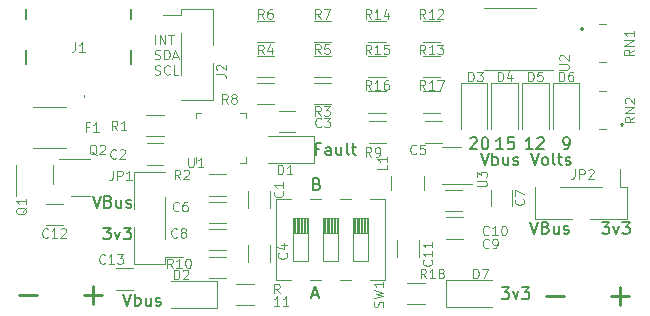
<source format=gbr>
%TF.GenerationSoftware,KiCad,Pcbnew,7.0.2-6a45011f42~172~ubuntu22.04.1*%
%TF.CreationDate,2023-06-08T14:15:44-07:00*%
%TF.ProjectId,usb-breadboard-power,7573622d-6272-4656-9164-626f6172642d,v1.0*%
%TF.SameCoordinates,Original*%
%TF.FileFunction,Legend,Top*%
%TF.FilePolarity,Positive*%
%FSLAX46Y46*%
G04 Gerber Fmt 4.6, Leading zero omitted, Abs format (unit mm)*
G04 Created by KiCad (PCBNEW 7.0.2-6a45011f42~172~ubuntu22.04.1) date 2023-06-08 14:15:44*
%MOMM*%
%LPD*%
G01*
G04 APERTURE LIST*
%ADD10C,0.120000*%
%ADD11C,0.150000*%
%ADD12C,0.250000*%
%ADD13C,0.200000*%
%ADD14C,0.100000*%
G04 APERTURE END LIST*
D10*
X96015476Y-86885095D02*
X96015476Y-86085095D01*
X96396428Y-86885095D02*
X96396428Y-86085095D01*
X96396428Y-86085095D02*
X96853571Y-86885095D01*
X96853571Y-86885095D02*
X96853571Y-86085095D01*
X97120237Y-86085095D02*
X97577380Y-86085095D01*
X97348808Y-86885095D02*
X97348808Y-86085095D01*
X95977380Y-88143000D02*
X96091666Y-88181095D01*
X96091666Y-88181095D02*
X96282142Y-88181095D01*
X96282142Y-88181095D02*
X96358333Y-88143000D01*
X96358333Y-88143000D02*
X96396428Y-88104904D01*
X96396428Y-88104904D02*
X96434523Y-88028714D01*
X96434523Y-88028714D02*
X96434523Y-87952523D01*
X96434523Y-87952523D02*
X96396428Y-87876333D01*
X96396428Y-87876333D02*
X96358333Y-87838238D01*
X96358333Y-87838238D02*
X96282142Y-87800142D01*
X96282142Y-87800142D02*
X96129761Y-87762047D01*
X96129761Y-87762047D02*
X96053571Y-87723952D01*
X96053571Y-87723952D02*
X96015476Y-87685857D01*
X96015476Y-87685857D02*
X95977380Y-87609666D01*
X95977380Y-87609666D02*
X95977380Y-87533476D01*
X95977380Y-87533476D02*
X96015476Y-87457285D01*
X96015476Y-87457285D02*
X96053571Y-87419190D01*
X96053571Y-87419190D02*
X96129761Y-87381095D01*
X96129761Y-87381095D02*
X96320238Y-87381095D01*
X96320238Y-87381095D02*
X96434523Y-87419190D01*
X96777381Y-88181095D02*
X96777381Y-87381095D01*
X96777381Y-87381095D02*
X96967857Y-87381095D01*
X96967857Y-87381095D02*
X97082143Y-87419190D01*
X97082143Y-87419190D02*
X97158333Y-87495380D01*
X97158333Y-87495380D02*
X97196428Y-87571571D01*
X97196428Y-87571571D02*
X97234524Y-87723952D01*
X97234524Y-87723952D02*
X97234524Y-87838238D01*
X97234524Y-87838238D02*
X97196428Y-87990619D01*
X97196428Y-87990619D02*
X97158333Y-88066809D01*
X97158333Y-88066809D02*
X97082143Y-88143000D01*
X97082143Y-88143000D02*
X96967857Y-88181095D01*
X96967857Y-88181095D02*
X96777381Y-88181095D01*
X97539285Y-87952523D02*
X97920238Y-87952523D01*
X97463095Y-88181095D02*
X97729762Y-87381095D01*
X97729762Y-87381095D02*
X97996428Y-88181095D01*
X95977380Y-89439000D02*
X96091666Y-89477095D01*
X96091666Y-89477095D02*
X96282142Y-89477095D01*
X96282142Y-89477095D02*
X96358333Y-89439000D01*
X96358333Y-89439000D02*
X96396428Y-89400904D01*
X96396428Y-89400904D02*
X96434523Y-89324714D01*
X96434523Y-89324714D02*
X96434523Y-89248523D01*
X96434523Y-89248523D02*
X96396428Y-89172333D01*
X96396428Y-89172333D02*
X96358333Y-89134238D01*
X96358333Y-89134238D02*
X96282142Y-89096142D01*
X96282142Y-89096142D02*
X96129761Y-89058047D01*
X96129761Y-89058047D02*
X96053571Y-89019952D01*
X96053571Y-89019952D02*
X96015476Y-88981857D01*
X96015476Y-88981857D02*
X95977380Y-88905666D01*
X95977380Y-88905666D02*
X95977380Y-88829476D01*
X95977380Y-88829476D02*
X96015476Y-88753285D01*
X96015476Y-88753285D02*
X96053571Y-88715190D01*
X96053571Y-88715190D02*
X96129761Y-88677095D01*
X96129761Y-88677095D02*
X96320238Y-88677095D01*
X96320238Y-88677095D02*
X96434523Y-88715190D01*
X97234524Y-89400904D02*
X97196428Y-89439000D01*
X97196428Y-89439000D02*
X97082143Y-89477095D01*
X97082143Y-89477095D02*
X97005952Y-89477095D01*
X97005952Y-89477095D02*
X96891666Y-89439000D01*
X96891666Y-89439000D02*
X96815476Y-89362809D01*
X96815476Y-89362809D02*
X96777381Y-89286619D01*
X96777381Y-89286619D02*
X96739285Y-89134238D01*
X96739285Y-89134238D02*
X96739285Y-89019952D01*
X96739285Y-89019952D02*
X96777381Y-88867571D01*
X96777381Y-88867571D02*
X96815476Y-88791380D01*
X96815476Y-88791380D02*
X96891666Y-88715190D01*
X96891666Y-88715190D02*
X97005952Y-88677095D01*
X97005952Y-88677095D02*
X97082143Y-88677095D01*
X97082143Y-88677095D02*
X97196428Y-88715190D01*
X97196428Y-88715190D02*
X97234524Y-88753285D01*
X97958333Y-89477095D02*
X97577381Y-89477095D01*
X97577381Y-89477095D02*
X97577381Y-88677095D01*
D11*
X125461904Y-95777619D02*
X124890476Y-95777619D01*
X125176190Y-95777619D02*
X125176190Y-94777619D01*
X125176190Y-94777619D02*
X125080952Y-94920476D01*
X125080952Y-94920476D02*
X124985714Y-95015714D01*
X124985714Y-95015714D02*
X124890476Y-95063333D01*
X126366666Y-94777619D02*
X125890476Y-94777619D01*
X125890476Y-94777619D02*
X125842857Y-95253809D01*
X125842857Y-95253809D02*
X125890476Y-95206190D01*
X125890476Y-95206190D02*
X125985714Y-95158571D01*
X125985714Y-95158571D02*
X126223809Y-95158571D01*
X126223809Y-95158571D02*
X126319047Y-95206190D01*
X126319047Y-95206190D02*
X126366666Y-95253809D01*
X126366666Y-95253809D02*
X126414285Y-95349047D01*
X126414285Y-95349047D02*
X126414285Y-95587142D01*
X126414285Y-95587142D02*
X126366666Y-95682380D01*
X126366666Y-95682380D02*
X126319047Y-95730000D01*
X126319047Y-95730000D02*
X126223809Y-95777619D01*
X126223809Y-95777619D02*
X125985714Y-95777619D01*
X125985714Y-95777619D02*
X125890476Y-95730000D01*
X125890476Y-95730000D02*
X125842857Y-95682380D01*
D10*
X106534523Y-109052095D02*
X106077380Y-109052095D01*
X106305952Y-109052095D02*
X106305952Y-108252095D01*
X106305952Y-108252095D02*
X106229761Y-108366380D01*
X106229761Y-108366380D02*
X106153571Y-108442571D01*
X106153571Y-108442571D02*
X106077380Y-108480666D01*
X107296428Y-109052095D02*
X106839285Y-109052095D01*
X107067857Y-109052095D02*
X107067857Y-108252095D01*
X107067857Y-108252095D02*
X106991666Y-108366380D01*
X106991666Y-108366380D02*
X106915476Y-108442571D01*
X106915476Y-108442571D02*
X106839285Y-108480666D01*
D11*
X130635714Y-95777619D02*
X130826190Y-95777619D01*
X130826190Y-95777619D02*
X130921428Y-95730000D01*
X130921428Y-95730000D02*
X130969047Y-95682380D01*
X130969047Y-95682380D02*
X131064285Y-95539523D01*
X131064285Y-95539523D02*
X131111904Y-95349047D01*
X131111904Y-95349047D02*
X131111904Y-94968095D01*
X131111904Y-94968095D02*
X131064285Y-94872857D01*
X131064285Y-94872857D02*
X131016666Y-94825238D01*
X131016666Y-94825238D02*
X130921428Y-94777619D01*
X130921428Y-94777619D02*
X130730952Y-94777619D01*
X130730952Y-94777619D02*
X130635714Y-94825238D01*
X130635714Y-94825238D02*
X130588095Y-94872857D01*
X130588095Y-94872857D02*
X130540476Y-94968095D01*
X130540476Y-94968095D02*
X130540476Y-95206190D01*
X130540476Y-95206190D02*
X130588095Y-95301428D01*
X130588095Y-95301428D02*
X130635714Y-95349047D01*
X130635714Y-95349047D02*
X130730952Y-95396666D01*
X130730952Y-95396666D02*
X130921428Y-95396666D01*
X130921428Y-95396666D02*
X131016666Y-95349047D01*
X131016666Y-95349047D02*
X131064285Y-95301428D01*
X131064285Y-95301428D02*
X131111904Y-95206190D01*
D12*
X129076190Y-108193333D02*
X130600000Y-108193333D01*
X134600000Y-108193333D02*
X136123810Y-108193333D01*
X135361905Y-108955238D02*
X135361905Y-107431428D01*
D11*
X133842857Y-101952619D02*
X134461904Y-101952619D01*
X134461904Y-101952619D02*
X134128571Y-102333571D01*
X134128571Y-102333571D02*
X134271428Y-102333571D01*
X134271428Y-102333571D02*
X134366666Y-102381190D01*
X134366666Y-102381190D02*
X134414285Y-102428809D01*
X134414285Y-102428809D02*
X134461904Y-102524047D01*
X134461904Y-102524047D02*
X134461904Y-102762142D01*
X134461904Y-102762142D02*
X134414285Y-102857380D01*
X134414285Y-102857380D02*
X134366666Y-102905000D01*
X134366666Y-102905000D02*
X134271428Y-102952619D01*
X134271428Y-102952619D02*
X133985714Y-102952619D01*
X133985714Y-102952619D02*
X133890476Y-102905000D01*
X133890476Y-102905000D02*
X133842857Y-102857380D01*
X134795238Y-102285952D02*
X135033333Y-102952619D01*
X135033333Y-102952619D02*
X135271428Y-102285952D01*
X135557143Y-101952619D02*
X136176190Y-101952619D01*
X136176190Y-101952619D02*
X135842857Y-102333571D01*
X135842857Y-102333571D02*
X135985714Y-102333571D01*
X135985714Y-102333571D02*
X136080952Y-102381190D01*
X136080952Y-102381190D02*
X136128571Y-102428809D01*
X136128571Y-102428809D02*
X136176190Y-102524047D01*
X136176190Y-102524047D02*
X136176190Y-102762142D01*
X136176190Y-102762142D02*
X136128571Y-102857380D01*
X136128571Y-102857380D02*
X136080952Y-102905000D01*
X136080952Y-102905000D02*
X135985714Y-102952619D01*
X135985714Y-102952619D02*
X135700000Y-102952619D01*
X135700000Y-102952619D02*
X135604762Y-102905000D01*
X135604762Y-102905000D02*
X135557143Y-102857380D01*
D12*
X84476190Y-108093333D02*
X86000000Y-108093333D01*
X90000000Y-108093333D02*
X91523810Y-108093333D01*
X90761905Y-108855238D02*
X90761905Y-107331428D01*
D11*
X125342857Y-107477619D02*
X125961904Y-107477619D01*
X125961904Y-107477619D02*
X125628571Y-107858571D01*
X125628571Y-107858571D02*
X125771428Y-107858571D01*
X125771428Y-107858571D02*
X125866666Y-107906190D01*
X125866666Y-107906190D02*
X125914285Y-107953809D01*
X125914285Y-107953809D02*
X125961904Y-108049047D01*
X125961904Y-108049047D02*
X125961904Y-108287142D01*
X125961904Y-108287142D02*
X125914285Y-108382380D01*
X125914285Y-108382380D02*
X125866666Y-108430000D01*
X125866666Y-108430000D02*
X125771428Y-108477619D01*
X125771428Y-108477619D02*
X125485714Y-108477619D01*
X125485714Y-108477619D02*
X125390476Y-108430000D01*
X125390476Y-108430000D02*
X125342857Y-108382380D01*
X126295238Y-107810952D02*
X126533333Y-108477619D01*
X126533333Y-108477619D02*
X126771428Y-107810952D01*
X127057143Y-107477619D02*
X127676190Y-107477619D01*
X127676190Y-107477619D02*
X127342857Y-107858571D01*
X127342857Y-107858571D02*
X127485714Y-107858571D01*
X127485714Y-107858571D02*
X127580952Y-107906190D01*
X127580952Y-107906190D02*
X127628571Y-107953809D01*
X127628571Y-107953809D02*
X127676190Y-108049047D01*
X127676190Y-108049047D02*
X127676190Y-108287142D01*
X127676190Y-108287142D02*
X127628571Y-108382380D01*
X127628571Y-108382380D02*
X127580952Y-108430000D01*
X127580952Y-108430000D02*
X127485714Y-108477619D01*
X127485714Y-108477619D02*
X127200000Y-108477619D01*
X127200000Y-108477619D02*
X127104762Y-108430000D01*
X127104762Y-108430000D02*
X127057143Y-108382380D01*
D10*
X106547619Y-107977095D02*
X106280952Y-107596142D01*
X106090476Y-107977095D02*
X106090476Y-107177095D01*
X106090476Y-107177095D02*
X106395238Y-107177095D01*
X106395238Y-107177095D02*
X106471428Y-107215190D01*
X106471428Y-107215190D02*
X106509523Y-107253285D01*
X106509523Y-107253285D02*
X106547619Y-107329476D01*
X106547619Y-107329476D02*
X106547619Y-107443761D01*
X106547619Y-107443761D02*
X106509523Y-107519952D01*
X106509523Y-107519952D02*
X106471428Y-107558047D01*
X106471428Y-107558047D02*
X106395238Y-107596142D01*
X106395238Y-107596142D02*
X106090476Y-107596142D01*
D11*
X109721428Y-98703809D02*
X109864285Y-98751428D01*
X109864285Y-98751428D02*
X109911904Y-98799047D01*
X109911904Y-98799047D02*
X109959523Y-98894285D01*
X109959523Y-98894285D02*
X109959523Y-99037142D01*
X109959523Y-99037142D02*
X109911904Y-99132380D01*
X109911904Y-99132380D02*
X109864285Y-99180000D01*
X109864285Y-99180000D02*
X109769047Y-99227619D01*
X109769047Y-99227619D02*
X109388095Y-99227619D01*
X109388095Y-99227619D02*
X109388095Y-98227619D01*
X109388095Y-98227619D02*
X109721428Y-98227619D01*
X109721428Y-98227619D02*
X109816666Y-98275238D01*
X109816666Y-98275238D02*
X109864285Y-98322857D01*
X109864285Y-98322857D02*
X109911904Y-98418095D01*
X109911904Y-98418095D02*
X109911904Y-98513333D01*
X109911904Y-98513333D02*
X109864285Y-98608571D01*
X109864285Y-98608571D02*
X109816666Y-98656190D01*
X109816666Y-98656190D02*
X109721428Y-98703809D01*
X109721428Y-98703809D02*
X109388095Y-98703809D01*
X122690476Y-94872857D02*
X122738095Y-94825238D01*
X122738095Y-94825238D02*
X122833333Y-94777619D01*
X122833333Y-94777619D02*
X123071428Y-94777619D01*
X123071428Y-94777619D02*
X123166666Y-94825238D01*
X123166666Y-94825238D02*
X123214285Y-94872857D01*
X123214285Y-94872857D02*
X123261904Y-94968095D01*
X123261904Y-94968095D02*
X123261904Y-95063333D01*
X123261904Y-95063333D02*
X123214285Y-95206190D01*
X123214285Y-95206190D02*
X122642857Y-95777619D01*
X122642857Y-95777619D02*
X123261904Y-95777619D01*
X123880952Y-94777619D02*
X123976190Y-94777619D01*
X123976190Y-94777619D02*
X124071428Y-94825238D01*
X124071428Y-94825238D02*
X124119047Y-94872857D01*
X124119047Y-94872857D02*
X124166666Y-94968095D01*
X124166666Y-94968095D02*
X124214285Y-95158571D01*
X124214285Y-95158571D02*
X124214285Y-95396666D01*
X124214285Y-95396666D02*
X124166666Y-95587142D01*
X124166666Y-95587142D02*
X124119047Y-95682380D01*
X124119047Y-95682380D02*
X124071428Y-95730000D01*
X124071428Y-95730000D02*
X123976190Y-95777619D01*
X123976190Y-95777619D02*
X123880952Y-95777619D01*
X123880952Y-95777619D02*
X123785714Y-95730000D01*
X123785714Y-95730000D02*
X123738095Y-95682380D01*
X123738095Y-95682380D02*
X123690476Y-95587142D01*
X123690476Y-95587142D02*
X123642857Y-95396666D01*
X123642857Y-95396666D02*
X123642857Y-95158571D01*
X123642857Y-95158571D02*
X123690476Y-94968095D01*
X123690476Y-94968095D02*
X123738095Y-94872857D01*
X123738095Y-94872857D02*
X123785714Y-94825238D01*
X123785714Y-94825238D02*
X123880952Y-94777619D01*
X127961904Y-95777619D02*
X127390476Y-95777619D01*
X127676190Y-95777619D02*
X127676190Y-94777619D01*
X127676190Y-94777619D02*
X127580952Y-94920476D01*
X127580952Y-94920476D02*
X127485714Y-95015714D01*
X127485714Y-95015714D02*
X127390476Y-95063333D01*
X128342857Y-94872857D02*
X128390476Y-94825238D01*
X128390476Y-94825238D02*
X128485714Y-94777619D01*
X128485714Y-94777619D02*
X128723809Y-94777619D01*
X128723809Y-94777619D02*
X128819047Y-94825238D01*
X128819047Y-94825238D02*
X128866666Y-94872857D01*
X128866666Y-94872857D02*
X128914285Y-94968095D01*
X128914285Y-94968095D02*
X128914285Y-95063333D01*
X128914285Y-95063333D02*
X128866666Y-95206190D01*
X128866666Y-95206190D02*
X128295238Y-95777619D01*
X128295238Y-95777619D02*
X128914285Y-95777619D01*
X93295238Y-108027619D02*
X93628571Y-109027619D01*
X93628571Y-109027619D02*
X93961904Y-108027619D01*
X94295238Y-109027619D02*
X94295238Y-108027619D01*
X94295238Y-108408571D02*
X94390476Y-108360952D01*
X94390476Y-108360952D02*
X94580952Y-108360952D01*
X94580952Y-108360952D02*
X94676190Y-108408571D01*
X94676190Y-108408571D02*
X94723809Y-108456190D01*
X94723809Y-108456190D02*
X94771428Y-108551428D01*
X94771428Y-108551428D02*
X94771428Y-108837142D01*
X94771428Y-108837142D02*
X94723809Y-108932380D01*
X94723809Y-108932380D02*
X94676190Y-108980000D01*
X94676190Y-108980000D02*
X94580952Y-109027619D01*
X94580952Y-109027619D02*
X94390476Y-109027619D01*
X94390476Y-109027619D02*
X94295238Y-108980000D01*
X95628571Y-108360952D02*
X95628571Y-109027619D01*
X95200000Y-108360952D02*
X95200000Y-108884761D01*
X95200000Y-108884761D02*
X95247619Y-108980000D01*
X95247619Y-108980000D02*
X95342857Y-109027619D01*
X95342857Y-109027619D02*
X95485714Y-109027619D01*
X95485714Y-109027619D02*
X95580952Y-108980000D01*
X95580952Y-108980000D02*
X95628571Y-108932380D01*
X96057143Y-108980000D02*
X96152381Y-109027619D01*
X96152381Y-109027619D02*
X96342857Y-109027619D01*
X96342857Y-109027619D02*
X96438095Y-108980000D01*
X96438095Y-108980000D02*
X96485714Y-108884761D01*
X96485714Y-108884761D02*
X96485714Y-108837142D01*
X96485714Y-108837142D02*
X96438095Y-108741904D01*
X96438095Y-108741904D02*
X96342857Y-108694285D01*
X96342857Y-108694285D02*
X96200000Y-108694285D01*
X96200000Y-108694285D02*
X96104762Y-108646666D01*
X96104762Y-108646666D02*
X96057143Y-108551428D01*
X96057143Y-108551428D02*
X96057143Y-108503809D01*
X96057143Y-108503809D02*
X96104762Y-108408571D01*
X96104762Y-108408571D02*
X96200000Y-108360952D01*
X96200000Y-108360952D02*
X96342857Y-108360952D01*
X96342857Y-108360952D02*
X96438095Y-108408571D01*
X91617857Y-102427619D02*
X92236904Y-102427619D01*
X92236904Y-102427619D02*
X91903571Y-102808571D01*
X91903571Y-102808571D02*
X92046428Y-102808571D01*
X92046428Y-102808571D02*
X92141666Y-102856190D01*
X92141666Y-102856190D02*
X92189285Y-102903809D01*
X92189285Y-102903809D02*
X92236904Y-102999047D01*
X92236904Y-102999047D02*
X92236904Y-103237142D01*
X92236904Y-103237142D02*
X92189285Y-103332380D01*
X92189285Y-103332380D02*
X92141666Y-103380000D01*
X92141666Y-103380000D02*
X92046428Y-103427619D01*
X92046428Y-103427619D02*
X91760714Y-103427619D01*
X91760714Y-103427619D02*
X91665476Y-103380000D01*
X91665476Y-103380000D02*
X91617857Y-103332380D01*
X92570238Y-102760952D02*
X92808333Y-103427619D01*
X92808333Y-103427619D02*
X93046428Y-102760952D01*
X93332143Y-102427619D02*
X93951190Y-102427619D01*
X93951190Y-102427619D02*
X93617857Y-102808571D01*
X93617857Y-102808571D02*
X93760714Y-102808571D01*
X93760714Y-102808571D02*
X93855952Y-102856190D01*
X93855952Y-102856190D02*
X93903571Y-102903809D01*
X93903571Y-102903809D02*
X93951190Y-102999047D01*
X93951190Y-102999047D02*
X93951190Y-103237142D01*
X93951190Y-103237142D02*
X93903571Y-103332380D01*
X93903571Y-103332380D02*
X93855952Y-103380000D01*
X93855952Y-103380000D02*
X93760714Y-103427619D01*
X93760714Y-103427619D02*
X93475000Y-103427619D01*
X93475000Y-103427619D02*
X93379762Y-103380000D01*
X93379762Y-103380000D02*
X93332143Y-103332380D01*
X109340476Y-108091904D02*
X109816666Y-108091904D01*
X109245238Y-108377619D02*
X109578571Y-107377619D01*
X109578571Y-107377619D02*
X109911904Y-108377619D01*
X127745238Y-101927619D02*
X128078571Y-102927619D01*
X128078571Y-102927619D02*
X128411904Y-101927619D01*
X129078571Y-102403809D02*
X129221428Y-102451428D01*
X129221428Y-102451428D02*
X129269047Y-102499047D01*
X129269047Y-102499047D02*
X129316666Y-102594285D01*
X129316666Y-102594285D02*
X129316666Y-102737142D01*
X129316666Y-102737142D02*
X129269047Y-102832380D01*
X129269047Y-102832380D02*
X129221428Y-102880000D01*
X129221428Y-102880000D02*
X129126190Y-102927619D01*
X129126190Y-102927619D02*
X128745238Y-102927619D01*
X128745238Y-102927619D02*
X128745238Y-101927619D01*
X128745238Y-101927619D02*
X129078571Y-101927619D01*
X129078571Y-101927619D02*
X129173809Y-101975238D01*
X129173809Y-101975238D02*
X129221428Y-102022857D01*
X129221428Y-102022857D02*
X129269047Y-102118095D01*
X129269047Y-102118095D02*
X129269047Y-102213333D01*
X129269047Y-102213333D02*
X129221428Y-102308571D01*
X129221428Y-102308571D02*
X129173809Y-102356190D01*
X129173809Y-102356190D02*
X129078571Y-102403809D01*
X129078571Y-102403809D02*
X128745238Y-102403809D01*
X130173809Y-102260952D02*
X130173809Y-102927619D01*
X129745238Y-102260952D02*
X129745238Y-102784761D01*
X129745238Y-102784761D02*
X129792857Y-102880000D01*
X129792857Y-102880000D02*
X129888095Y-102927619D01*
X129888095Y-102927619D02*
X130030952Y-102927619D01*
X130030952Y-102927619D02*
X130126190Y-102880000D01*
X130126190Y-102880000D02*
X130173809Y-102832380D01*
X130602381Y-102880000D02*
X130697619Y-102927619D01*
X130697619Y-102927619D02*
X130888095Y-102927619D01*
X130888095Y-102927619D02*
X130983333Y-102880000D01*
X130983333Y-102880000D02*
X131030952Y-102784761D01*
X131030952Y-102784761D02*
X131030952Y-102737142D01*
X131030952Y-102737142D02*
X130983333Y-102641904D01*
X130983333Y-102641904D02*
X130888095Y-102594285D01*
X130888095Y-102594285D02*
X130745238Y-102594285D01*
X130745238Y-102594285D02*
X130650000Y-102546666D01*
X130650000Y-102546666D02*
X130602381Y-102451428D01*
X130602381Y-102451428D02*
X130602381Y-102403809D01*
X130602381Y-102403809D02*
X130650000Y-102308571D01*
X130650000Y-102308571D02*
X130745238Y-102260952D01*
X130745238Y-102260952D02*
X130888095Y-102260952D01*
X130888095Y-102260952D02*
X130983333Y-102308571D01*
X123570238Y-96127619D02*
X123903571Y-97127619D01*
X123903571Y-97127619D02*
X124236904Y-96127619D01*
X124570238Y-97127619D02*
X124570238Y-96127619D01*
X124570238Y-96508571D02*
X124665476Y-96460952D01*
X124665476Y-96460952D02*
X124855952Y-96460952D01*
X124855952Y-96460952D02*
X124951190Y-96508571D01*
X124951190Y-96508571D02*
X124998809Y-96556190D01*
X124998809Y-96556190D02*
X125046428Y-96651428D01*
X125046428Y-96651428D02*
X125046428Y-96937142D01*
X125046428Y-96937142D02*
X124998809Y-97032380D01*
X124998809Y-97032380D02*
X124951190Y-97080000D01*
X124951190Y-97080000D02*
X124855952Y-97127619D01*
X124855952Y-97127619D02*
X124665476Y-97127619D01*
X124665476Y-97127619D02*
X124570238Y-97080000D01*
X125903571Y-96460952D02*
X125903571Y-97127619D01*
X125475000Y-96460952D02*
X125475000Y-96984761D01*
X125475000Y-96984761D02*
X125522619Y-97080000D01*
X125522619Y-97080000D02*
X125617857Y-97127619D01*
X125617857Y-97127619D02*
X125760714Y-97127619D01*
X125760714Y-97127619D02*
X125855952Y-97080000D01*
X125855952Y-97080000D02*
X125903571Y-97032380D01*
X126332143Y-97080000D02*
X126427381Y-97127619D01*
X126427381Y-97127619D02*
X126617857Y-97127619D01*
X126617857Y-97127619D02*
X126713095Y-97080000D01*
X126713095Y-97080000D02*
X126760714Y-96984761D01*
X126760714Y-96984761D02*
X126760714Y-96937142D01*
X126760714Y-96937142D02*
X126713095Y-96841904D01*
X126713095Y-96841904D02*
X126617857Y-96794285D01*
X126617857Y-96794285D02*
X126475000Y-96794285D01*
X126475000Y-96794285D02*
X126379762Y-96746666D01*
X126379762Y-96746666D02*
X126332143Y-96651428D01*
X126332143Y-96651428D02*
X126332143Y-96603809D01*
X126332143Y-96603809D02*
X126379762Y-96508571D01*
X126379762Y-96508571D02*
X126475000Y-96460952D01*
X126475000Y-96460952D02*
X126617857Y-96460952D01*
X126617857Y-96460952D02*
X126713095Y-96508571D01*
X127808334Y-96127619D02*
X128141667Y-97127619D01*
X128141667Y-97127619D02*
X128475000Y-96127619D01*
X128951191Y-97127619D02*
X128855953Y-97080000D01*
X128855953Y-97080000D02*
X128808334Y-97032380D01*
X128808334Y-97032380D02*
X128760715Y-96937142D01*
X128760715Y-96937142D02*
X128760715Y-96651428D01*
X128760715Y-96651428D02*
X128808334Y-96556190D01*
X128808334Y-96556190D02*
X128855953Y-96508571D01*
X128855953Y-96508571D02*
X128951191Y-96460952D01*
X128951191Y-96460952D02*
X129094048Y-96460952D01*
X129094048Y-96460952D02*
X129189286Y-96508571D01*
X129189286Y-96508571D02*
X129236905Y-96556190D01*
X129236905Y-96556190D02*
X129284524Y-96651428D01*
X129284524Y-96651428D02*
X129284524Y-96937142D01*
X129284524Y-96937142D02*
X129236905Y-97032380D01*
X129236905Y-97032380D02*
X129189286Y-97080000D01*
X129189286Y-97080000D02*
X129094048Y-97127619D01*
X129094048Y-97127619D02*
X128951191Y-97127619D01*
X129855953Y-97127619D02*
X129760715Y-97080000D01*
X129760715Y-97080000D02*
X129713096Y-96984761D01*
X129713096Y-96984761D02*
X129713096Y-96127619D01*
X130094049Y-96460952D02*
X130475001Y-96460952D01*
X130236906Y-96127619D02*
X130236906Y-96984761D01*
X130236906Y-96984761D02*
X130284525Y-97080000D01*
X130284525Y-97080000D02*
X130379763Y-97127619D01*
X130379763Y-97127619D02*
X130475001Y-97127619D01*
X130760716Y-97080000D02*
X130855954Y-97127619D01*
X130855954Y-97127619D02*
X131046430Y-97127619D01*
X131046430Y-97127619D02*
X131141668Y-97080000D01*
X131141668Y-97080000D02*
X131189287Y-96984761D01*
X131189287Y-96984761D02*
X131189287Y-96937142D01*
X131189287Y-96937142D02*
X131141668Y-96841904D01*
X131141668Y-96841904D02*
X131046430Y-96794285D01*
X131046430Y-96794285D02*
X130903573Y-96794285D01*
X130903573Y-96794285D02*
X130808335Y-96746666D01*
X130808335Y-96746666D02*
X130760716Y-96651428D01*
X130760716Y-96651428D02*
X130760716Y-96603809D01*
X130760716Y-96603809D02*
X130808335Y-96508571D01*
X130808335Y-96508571D02*
X130903573Y-96460952D01*
X130903573Y-96460952D02*
X131046430Y-96460952D01*
X131046430Y-96460952D02*
X131141668Y-96508571D01*
X109921428Y-95753809D02*
X109588095Y-95753809D01*
X109588095Y-96277619D02*
X109588095Y-95277619D01*
X109588095Y-95277619D02*
X110064285Y-95277619D01*
X110873809Y-96277619D02*
X110873809Y-95753809D01*
X110873809Y-95753809D02*
X110826190Y-95658571D01*
X110826190Y-95658571D02*
X110730952Y-95610952D01*
X110730952Y-95610952D02*
X110540476Y-95610952D01*
X110540476Y-95610952D02*
X110445238Y-95658571D01*
X110873809Y-96230000D02*
X110778571Y-96277619D01*
X110778571Y-96277619D02*
X110540476Y-96277619D01*
X110540476Y-96277619D02*
X110445238Y-96230000D01*
X110445238Y-96230000D02*
X110397619Y-96134761D01*
X110397619Y-96134761D02*
X110397619Y-96039523D01*
X110397619Y-96039523D02*
X110445238Y-95944285D01*
X110445238Y-95944285D02*
X110540476Y-95896666D01*
X110540476Y-95896666D02*
X110778571Y-95896666D01*
X110778571Y-95896666D02*
X110873809Y-95849047D01*
X111778571Y-95610952D02*
X111778571Y-96277619D01*
X111350000Y-95610952D02*
X111350000Y-96134761D01*
X111350000Y-96134761D02*
X111397619Y-96230000D01*
X111397619Y-96230000D02*
X111492857Y-96277619D01*
X111492857Y-96277619D02*
X111635714Y-96277619D01*
X111635714Y-96277619D02*
X111730952Y-96230000D01*
X111730952Y-96230000D02*
X111778571Y-96182380D01*
X112397619Y-96277619D02*
X112302381Y-96230000D01*
X112302381Y-96230000D02*
X112254762Y-96134761D01*
X112254762Y-96134761D02*
X112254762Y-95277619D01*
X112635715Y-95610952D02*
X113016667Y-95610952D01*
X112778572Y-95277619D02*
X112778572Y-96134761D01*
X112778572Y-96134761D02*
X112826191Y-96230000D01*
X112826191Y-96230000D02*
X112921429Y-96277619D01*
X112921429Y-96277619D02*
X113016667Y-96277619D01*
X90720238Y-99727619D02*
X91053571Y-100727619D01*
X91053571Y-100727619D02*
X91386904Y-99727619D01*
X92053571Y-100203809D02*
X92196428Y-100251428D01*
X92196428Y-100251428D02*
X92244047Y-100299047D01*
X92244047Y-100299047D02*
X92291666Y-100394285D01*
X92291666Y-100394285D02*
X92291666Y-100537142D01*
X92291666Y-100537142D02*
X92244047Y-100632380D01*
X92244047Y-100632380D02*
X92196428Y-100680000D01*
X92196428Y-100680000D02*
X92101190Y-100727619D01*
X92101190Y-100727619D02*
X91720238Y-100727619D01*
X91720238Y-100727619D02*
X91720238Y-99727619D01*
X91720238Y-99727619D02*
X92053571Y-99727619D01*
X92053571Y-99727619D02*
X92148809Y-99775238D01*
X92148809Y-99775238D02*
X92196428Y-99822857D01*
X92196428Y-99822857D02*
X92244047Y-99918095D01*
X92244047Y-99918095D02*
X92244047Y-100013333D01*
X92244047Y-100013333D02*
X92196428Y-100108571D01*
X92196428Y-100108571D02*
X92148809Y-100156190D01*
X92148809Y-100156190D02*
X92053571Y-100203809D01*
X92053571Y-100203809D02*
X91720238Y-100203809D01*
X93148809Y-100060952D02*
X93148809Y-100727619D01*
X92720238Y-100060952D02*
X92720238Y-100584761D01*
X92720238Y-100584761D02*
X92767857Y-100680000D01*
X92767857Y-100680000D02*
X92863095Y-100727619D01*
X92863095Y-100727619D02*
X93005952Y-100727619D01*
X93005952Y-100727619D02*
X93101190Y-100680000D01*
X93101190Y-100680000D02*
X93148809Y-100632380D01*
X93577381Y-100680000D02*
X93672619Y-100727619D01*
X93672619Y-100727619D02*
X93863095Y-100727619D01*
X93863095Y-100727619D02*
X93958333Y-100680000D01*
X93958333Y-100680000D02*
X94005952Y-100584761D01*
X94005952Y-100584761D02*
X94005952Y-100537142D01*
X94005952Y-100537142D02*
X93958333Y-100441904D01*
X93958333Y-100441904D02*
X93863095Y-100394285D01*
X93863095Y-100394285D02*
X93720238Y-100394285D01*
X93720238Y-100394285D02*
X93625000Y-100346666D01*
X93625000Y-100346666D02*
X93577381Y-100251428D01*
X93577381Y-100251428D02*
X93577381Y-100203809D01*
X93577381Y-100203809D02*
X93625000Y-100108571D01*
X93625000Y-100108571D02*
X93720238Y-100060952D01*
X93720238Y-100060952D02*
X93863095Y-100060952D01*
X93863095Y-100060952D02*
X93958333Y-100108571D01*
D10*
%TO.C,R14*%
X114285714Y-84745095D02*
X114019047Y-84364142D01*
X113828571Y-84745095D02*
X113828571Y-83945095D01*
X113828571Y-83945095D02*
X114133333Y-83945095D01*
X114133333Y-83945095D02*
X114209523Y-83983190D01*
X114209523Y-83983190D02*
X114247618Y-84021285D01*
X114247618Y-84021285D02*
X114285714Y-84097476D01*
X114285714Y-84097476D02*
X114285714Y-84211761D01*
X114285714Y-84211761D02*
X114247618Y-84287952D01*
X114247618Y-84287952D02*
X114209523Y-84326047D01*
X114209523Y-84326047D02*
X114133333Y-84364142D01*
X114133333Y-84364142D02*
X113828571Y-84364142D01*
X115047618Y-84745095D02*
X114590475Y-84745095D01*
X114819047Y-84745095D02*
X114819047Y-83945095D01*
X114819047Y-83945095D02*
X114742856Y-84059380D01*
X114742856Y-84059380D02*
X114666666Y-84135571D01*
X114666666Y-84135571D02*
X114590475Y-84173666D01*
X115733333Y-84211761D02*
X115733333Y-84745095D01*
X115542857Y-83907000D02*
X115352380Y-84478428D01*
X115352380Y-84478428D02*
X115847619Y-84478428D01*
%TO.C,R17*%
X118885714Y-90745095D02*
X118619047Y-90364142D01*
X118428571Y-90745095D02*
X118428571Y-89945095D01*
X118428571Y-89945095D02*
X118733333Y-89945095D01*
X118733333Y-89945095D02*
X118809523Y-89983190D01*
X118809523Y-89983190D02*
X118847618Y-90021285D01*
X118847618Y-90021285D02*
X118885714Y-90097476D01*
X118885714Y-90097476D02*
X118885714Y-90211761D01*
X118885714Y-90211761D02*
X118847618Y-90287952D01*
X118847618Y-90287952D02*
X118809523Y-90326047D01*
X118809523Y-90326047D02*
X118733333Y-90364142D01*
X118733333Y-90364142D02*
X118428571Y-90364142D01*
X119647618Y-90745095D02*
X119190475Y-90745095D01*
X119419047Y-90745095D02*
X119419047Y-89945095D01*
X119419047Y-89945095D02*
X119342856Y-90059380D01*
X119342856Y-90059380D02*
X119266666Y-90135571D01*
X119266666Y-90135571D02*
X119190475Y-90173666D01*
X119914285Y-89945095D02*
X120447619Y-89945095D01*
X120447619Y-89945095D02*
X120104761Y-90745095D01*
%TO.C,R6*%
X105216667Y-84720095D02*
X104950000Y-84339142D01*
X104759524Y-84720095D02*
X104759524Y-83920095D01*
X104759524Y-83920095D02*
X105064286Y-83920095D01*
X105064286Y-83920095D02*
X105140476Y-83958190D01*
X105140476Y-83958190D02*
X105178571Y-83996285D01*
X105178571Y-83996285D02*
X105216667Y-84072476D01*
X105216667Y-84072476D02*
X105216667Y-84186761D01*
X105216667Y-84186761D02*
X105178571Y-84262952D01*
X105178571Y-84262952D02*
X105140476Y-84301047D01*
X105140476Y-84301047D02*
X105064286Y-84339142D01*
X105064286Y-84339142D02*
X104759524Y-84339142D01*
X105902381Y-83920095D02*
X105750000Y-83920095D01*
X105750000Y-83920095D02*
X105673809Y-83958190D01*
X105673809Y-83958190D02*
X105635714Y-83996285D01*
X105635714Y-83996285D02*
X105559524Y-84110571D01*
X105559524Y-84110571D02*
X105521428Y-84262952D01*
X105521428Y-84262952D02*
X105521428Y-84567714D01*
X105521428Y-84567714D02*
X105559524Y-84643904D01*
X105559524Y-84643904D02*
X105597619Y-84682000D01*
X105597619Y-84682000D02*
X105673809Y-84720095D01*
X105673809Y-84720095D02*
X105826190Y-84720095D01*
X105826190Y-84720095D02*
X105902381Y-84682000D01*
X105902381Y-84682000D02*
X105940476Y-84643904D01*
X105940476Y-84643904D02*
X105978571Y-84567714D01*
X105978571Y-84567714D02*
X105978571Y-84377238D01*
X105978571Y-84377238D02*
X105940476Y-84301047D01*
X105940476Y-84301047D02*
X105902381Y-84262952D01*
X105902381Y-84262952D02*
X105826190Y-84224857D01*
X105826190Y-84224857D02*
X105673809Y-84224857D01*
X105673809Y-84224857D02*
X105597619Y-84262952D01*
X105597619Y-84262952D02*
X105559524Y-84301047D01*
X105559524Y-84301047D02*
X105521428Y-84377238D01*
%TO.C,R2*%
X98116667Y-98345095D02*
X97850000Y-97964142D01*
X97659524Y-98345095D02*
X97659524Y-97545095D01*
X97659524Y-97545095D02*
X97964286Y-97545095D01*
X97964286Y-97545095D02*
X98040476Y-97583190D01*
X98040476Y-97583190D02*
X98078571Y-97621285D01*
X98078571Y-97621285D02*
X98116667Y-97697476D01*
X98116667Y-97697476D02*
X98116667Y-97811761D01*
X98116667Y-97811761D02*
X98078571Y-97887952D01*
X98078571Y-97887952D02*
X98040476Y-97926047D01*
X98040476Y-97926047D02*
X97964286Y-97964142D01*
X97964286Y-97964142D02*
X97659524Y-97964142D01*
X98421428Y-97621285D02*
X98459524Y-97583190D01*
X98459524Y-97583190D02*
X98535714Y-97545095D01*
X98535714Y-97545095D02*
X98726190Y-97545095D01*
X98726190Y-97545095D02*
X98802381Y-97583190D01*
X98802381Y-97583190D02*
X98840476Y-97621285D01*
X98840476Y-97621285D02*
X98878571Y-97697476D01*
X98878571Y-97697476D02*
X98878571Y-97773666D01*
X98878571Y-97773666D02*
X98840476Y-97887952D01*
X98840476Y-97887952D02*
X98383333Y-98345095D01*
X98383333Y-98345095D02*
X98878571Y-98345095D01*
%TO.C,R8*%
X102166667Y-91920095D02*
X101900000Y-91539142D01*
X101709524Y-91920095D02*
X101709524Y-91120095D01*
X101709524Y-91120095D02*
X102014286Y-91120095D01*
X102014286Y-91120095D02*
X102090476Y-91158190D01*
X102090476Y-91158190D02*
X102128571Y-91196285D01*
X102128571Y-91196285D02*
X102166667Y-91272476D01*
X102166667Y-91272476D02*
X102166667Y-91386761D01*
X102166667Y-91386761D02*
X102128571Y-91462952D01*
X102128571Y-91462952D02*
X102090476Y-91501047D01*
X102090476Y-91501047D02*
X102014286Y-91539142D01*
X102014286Y-91539142D02*
X101709524Y-91539142D01*
X102623809Y-91462952D02*
X102547619Y-91424857D01*
X102547619Y-91424857D02*
X102509524Y-91386761D01*
X102509524Y-91386761D02*
X102471428Y-91310571D01*
X102471428Y-91310571D02*
X102471428Y-91272476D01*
X102471428Y-91272476D02*
X102509524Y-91196285D01*
X102509524Y-91196285D02*
X102547619Y-91158190D01*
X102547619Y-91158190D02*
X102623809Y-91120095D01*
X102623809Y-91120095D02*
X102776190Y-91120095D01*
X102776190Y-91120095D02*
X102852381Y-91158190D01*
X102852381Y-91158190D02*
X102890476Y-91196285D01*
X102890476Y-91196285D02*
X102928571Y-91272476D01*
X102928571Y-91272476D02*
X102928571Y-91310571D01*
X102928571Y-91310571D02*
X102890476Y-91386761D01*
X102890476Y-91386761D02*
X102852381Y-91424857D01*
X102852381Y-91424857D02*
X102776190Y-91462952D01*
X102776190Y-91462952D02*
X102623809Y-91462952D01*
X102623809Y-91462952D02*
X102547619Y-91501047D01*
X102547619Y-91501047D02*
X102509524Y-91539142D01*
X102509524Y-91539142D02*
X102471428Y-91615333D01*
X102471428Y-91615333D02*
X102471428Y-91767714D01*
X102471428Y-91767714D02*
X102509524Y-91843904D01*
X102509524Y-91843904D02*
X102547619Y-91882000D01*
X102547619Y-91882000D02*
X102623809Y-91920095D01*
X102623809Y-91920095D02*
X102776190Y-91920095D01*
X102776190Y-91920095D02*
X102852381Y-91882000D01*
X102852381Y-91882000D02*
X102890476Y-91843904D01*
X102890476Y-91843904D02*
X102928571Y-91767714D01*
X102928571Y-91767714D02*
X102928571Y-91615333D01*
X102928571Y-91615333D02*
X102890476Y-91539142D01*
X102890476Y-91539142D02*
X102852381Y-91501047D01*
X102852381Y-91501047D02*
X102776190Y-91462952D01*
%TO.C,D7*%
X122959524Y-106720095D02*
X122959524Y-105920095D01*
X122959524Y-105920095D02*
X123150000Y-105920095D01*
X123150000Y-105920095D02*
X123264286Y-105958190D01*
X123264286Y-105958190D02*
X123340476Y-106034380D01*
X123340476Y-106034380D02*
X123378571Y-106110571D01*
X123378571Y-106110571D02*
X123416667Y-106262952D01*
X123416667Y-106262952D02*
X123416667Y-106377238D01*
X123416667Y-106377238D02*
X123378571Y-106529619D01*
X123378571Y-106529619D02*
X123340476Y-106605809D01*
X123340476Y-106605809D02*
X123264286Y-106682000D01*
X123264286Y-106682000D02*
X123150000Y-106720095D01*
X123150000Y-106720095D02*
X122959524Y-106720095D01*
X123683333Y-105920095D02*
X124216667Y-105920095D01*
X124216667Y-105920095D02*
X123873809Y-106720095D01*
%TO.C,C6*%
X98016667Y-100968904D02*
X97978571Y-101007000D01*
X97978571Y-101007000D02*
X97864286Y-101045095D01*
X97864286Y-101045095D02*
X97788095Y-101045095D01*
X97788095Y-101045095D02*
X97673809Y-101007000D01*
X97673809Y-101007000D02*
X97597619Y-100930809D01*
X97597619Y-100930809D02*
X97559524Y-100854619D01*
X97559524Y-100854619D02*
X97521428Y-100702238D01*
X97521428Y-100702238D02*
X97521428Y-100587952D01*
X97521428Y-100587952D02*
X97559524Y-100435571D01*
X97559524Y-100435571D02*
X97597619Y-100359380D01*
X97597619Y-100359380D02*
X97673809Y-100283190D01*
X97673809Y-100283190D02*
X97788095Y-100245095D01*
X97788095Y-100245095D02*
X97864286Y-100245095D01*
X97864286Y-100245095D02*
X97978571Y-100283190D01*
X97978571Y-100283190D02*
X98016667Y-100321285D01*
X98702381Y-100245095D02*
X98550000Y-100245095D01*
X98550000Y-100245095D02*
X98473809Y-100283190D01*
X98473809Y-100283190D02*
X98435714Y-100321285D01*
X98435714Y-100321285D02*
X98359524Y-100435571D01*
X98359524Y-100435571D02*
X98321428Y-100587952D01*
X98321428Y-100587952D02*
X98321428Y-100892714D01*
X98321428Y-100892714D02*
X98359524Y-100968904D01*
X98359524Y-100968904D02*
X98397619Y-101007000D01*
X98397619Y-101007000D02*
X98473809Y-101045095D01*
X98473809Y-101045095D02*
X98626190Y-101045095D01*
X98626190Y-101045095D02*
X98702381Y-101007000D01*
X98702381Y-101007000D02*
X98740476Y-100968904D01*
X98740476Y-100968904D02*
X98778571Y-100892714D01*
X98778571Y-100892714D02*
X98778571Y-100702238D01*
X98778571Y-100702238D02*
X98740476Y-100626047D01*
X98740476Y-100626047D02*
X98702381Y-100587952D01*
X98702381Y-100587952D02*
X98626190Y-100549857D01*
X98626190Y-100549857D02*
X98473809Y-100549857D01*
X98473809Y-100549857D02*
X98397619Y-100587952D01*
X98397619Y-100587952D02*
X98359524Y-100626047D01*
X98359524Y-100626047D02*
X98321428Y-100702238D01*
%TO.C,C10*%
X124235714Y-102993904D02*
X124197618Y-103032000D01*
X124197618Y-103032000D02*
X124083333Y-103070095D01*
X124083333Y-103070095D02*
X124007142Y-103070095D01*
X124007142Y-103070095D02*
X123892856Y-103032000D01*
X123892856Y-103032000D02*
X123816666Y-102955809D01*
X123816666Y-102955809D02*
X123778571Y-102879619D01*
X123778571Y-102879619D02*
X123740475Y-102727238D01*
X123740475Y-102727238D02*
X123740475Y-102612952D01*
X123740475Y-102612952D02*
X123778571Y-102460571D01*
X123778571Y-102460571D02*
X123816666Y-102384380D01*
X123816666Y-102384380D02*
X123892856Y-102308190D01*
X123892856Y-102308190D02*
X124007142Y-102270095D01*
X124007142Y-102270095D02*
X124083333Y-102270095D01*
X124083333Y-102270095D02*
X124197618Y-102308190D01*
X124197618Y-102308190D02*
X124235714Y-102346285D01*
X124997618Y-103070095D02*
X124540475Y-103070095D01*
X124769047Y-103070095D02*
X124769047Y-102270095D01*
X124769047Y-102270095D02*
X124692856Y-102384380D01*
X124692856Y-102384380D02*
X124616666Y-102460571D01*
X124616666Y-102460571D02*
X124540475Y-102498666D01*
X125492857Y-102270095D02*
X125569047Y-102270095D01*
X125569047Y-102270095D02*
X125645238Y-102308190D01*
X125645238Y-102308190D02*
X125683333Y-102346285D01*
X125683333Y-102346285D02*
X125721428Y-102422476D01*
X125721428Y-102422476D02*
X125759523Y-102574857D01*
X125759523Y-102574857D02*
X125759523Y-102765333D01*
X125759523Y-102765333D02*
X125721428Y-102917714D01*
X125721428Y-102917714D02*
X125683333Y-102993904D01*
X125683333Y-102993904D02*
X125645238Y-103032000D01*
X125645238Y-103032000D02*
X125569047Y-103070095D01*
X125569047Y-103070095D02*
X125492857Y-103070095D01*
X125492857Y-103070095D02*
X125416666Y-103032000D01*
X125416666Y-103032000D02*
X125378571Y-102993904D01*
X125378571Y-102993904D02*
X125340476Y-102917714D01*
X125340476Y-102917714D02*
X125302380Y-102765333D01*
X125302380Y-102765333D02*
X125302380Y-102574857D01*
X125302380Y-102574857D02*
X125340476Y-102422476D01*
X125340476Y-102422476D02*
X125378571Y-102346285D01*
X125378571Y-102346285D02*
X125416666Y-102308190D01*
X125416666Y-102308190D02*
X125492857Y-102270095D01*
%TO.C,Q1*%
X85121285Y-100701190D02*
X85083190Y-100777380D01*
X85083190Y-100777380D02*
X85007000Y-100853571D01*
X85007000Y-100853571D02*
X84892714Y-100967857D01*
X84892714Y-100967857D02*
X84854619Y-101044047D01*
X84854619Y-101044047D02*
X84854619Y-101120238D01*
X85045095Y-101082142D02*
X85007000Y-101158333D01*
X85007000Y-101158333D02*
X84930809Y-101234523D01*
X84930809Y-101234523D02*
X84778428Y-101272619D01*
X84778428Y-101272619D02*
X84511761Y-101272619D01*
X84511761Y-101272619D02*
X84359380Y-101234523D01*
X84359380Y-101234523D02*
X84283190Y-101158333D01*
X84283190Y-101158333D02*
X84245095Y-101082142D01*
X84245095Y-101082142D02*
X84245095Y-100929761D01*
X84245095Y-100929761D02*
X84283190Y-100853571D01*
X84283190Y-100853571D02*
X84359380Y-100777380D01*
X84359380Y-100777380D02*
X84511761Y-100739285D01*
X84511761Y-100739285D02*
X84778428Y-100739285D01*
X84778428Y-100739285D02*
X84930809Y-100777380D01*
X84930809Y-100777380D02*
X85007000Y-100853571D01*
X85007000Y-100853571D02*
X85045095Y-100929761D01*
X85045095Y-100929761D02*
X85045095Y-101082142D01*
X85045095Y-99977381D02*
X85045095Y-100434524D01*
X85045095Y-100205952D02*
X84245095Y-100205952D01*
X84245095Y-100205952D02*
X84359380Y-100282143D01*
X84359380Y-100282143D02*
X84435571Y-100358333D01*
X84435571Y-100358333D02*
X84473666Y-100434524D01*
%TO.C,R12*%
X118885714Y-84745095D02*
X118619047Y-84364142D01*
X118428571Y-84745095D02*
X118428571Y-83945095D01*
X118428571Y-83945095D02*
X118733333Y-83945095D01*
X118733333Y-83945095D02*
X118809523Y-83983190D01*
X118809523Y-83983190D02*
X118847618Y-84021285D01*
X118847618Y-84021285D02*
X118885714Y-84097476D01*
X118885714Y-84097476D02*
X118885714Y-84211761D01*
X118885714Y-84211761D02*
X118847618Y-84287952D01*
X118847618Y-84287952D02*
X118809523Y-84326047D01*
X118809523Y-84326047D02*
X118733333Y-84364142D01*
X118733333Y-84364142D02*
X118428571Y-84364142D01*
X119647618Y-84745095D02*
X119190475Y-84745095D01*
X119419047Y-84745095D02*
X119419047Y-83945095D01*
X119419047Y-83945095D02*
X119342856Y-84059380D01*
X119342856Y-84059380D02*
X119266666Y-84135571D01*
X119266666Y-84135571D02*
X119190475Y-84173666D01*
X119952380Y-84021285D02*
X119990476Y-83983190D01*
X119990476Y-83983190D02*
X120066666Y-83945095D01*
X120066666Y-83945095D02*
X120257142Y-83945095D01*
X120257142Y-83945095D02*
X120333333Y-83983190D01*
X120333333Y-83983190D02*
X120371428Y-84021285D01*
X120371428Y-84021285D02*
X120409523Y-84097476D01*
X120409523Y-84097476D02*
X120409523Y-84173666D01*
X120409523Y-84173666D02*
X120371428Y-84287952D01*
X120371428Y-84287952D02*
X119914285Y-84745095D01*
X119914285Y-84745095D02*
X120409523Y-84745095D01*
%TO.C,R5*%
X110016667Y-87720095D02*
X109750000Y-87339142D01*
X109559524Y-87720095D02*
X109559524Y-86920095D01*
X109559524Y-86920095D02*
X109864286Y-86920095D01*
X109864286Y-86920095D02*
X109940476Y-86958190D01*
X109940476Y-86958190D02*
X109978571Y-86996285D01*
X109978571Y-86996285D02*
X110016667Y-87072476D01*
X110016667Y-87072476D02*
X110016667Y-87186761D01*
X110016667Y-87186761D02*
X109978571Y-87262952D01*
X109978571Y-87262952D02*
X109940476Y-87301047D01*
X109940476Y-87301047D02*
X109864286Y-87339142D01*
X109864286Y-87339142D02*
X109559524Y-87339142D01*
X110740476Y-86920095D02*
X110359524Y-86920095D01*
X110359524Y-86920095D02*
X110321428Y-87301047D01*
X110321428Y-87301047D02*
X110359524Y-87262952D01*
X110359524Y-87262952D02*
X110435714Y-87224857D01*
X110435714Y-87224857D02*
X110626190Y-87224857D01*
X110626190Y-87224857D02*
X110702381Y-87262952D01*
X110702381Y-87262952D02*
X110740476Y-87301047D01*
X110740476Y-87301047D02*
X110778571Y-87377238D01*
X110778571Y-87377238D02*
X110778571Y-87567714D01*
X110778571Y-87567714D02*
X110740476Y-87643904D01*
X110740476Y-87643904D02*
X110702381Y-87682000D01*
X110702381Y-87682000D02*
X110626190Y-87720095D01*
X110626190Y-87720095D02*
X110435714Y-87720095D01*
X110435714Y-87720095D02*
X110359524Y-87682000D01*
X110359524Y-87682000D02*
X110321428Y-87643904D01*
%TO.C,F1*%
X90383333Y-93901047D02*
X90116667Y-93901047D01*
X90116667Y-94320095D02*
X90116667Y-93520095D01*
X90116667Y-93520095D02*
X90497619Y-93520095D01*
X91221428Y-94320095D02*
X90764285Y-94320095D01*
X90992857Y-94320095D02*
X90992857Y-93520095D01*
X90992857Y-93520095D02*
X90916666Y-93634380D01*
X90916666Y-93634380D02*
X90840476Y-93710571D01*
X90840476Y-93710571D02*
X90764285Y-93748666D01*
%TO.C,D3*%
X122534524Y-90020095D02*
X122534524Y-89220095D01*
X122534524Y-89220095D02*
X122725000Y-89220095D01*
X122725000Y-89220095D02*
X122839286Y-89258190D01*
X122839286Y-89258190D02*
X122915476Y-89334380D01*
X122915476Y-89334380D02*
X122953571Y-89410571D01*
X122953571Y-89410571D02*
X122991667Y-89562952D01*
X122991667Y-89562952D02*
X122991667Y-89677238D01*
X122991667Y-89677238D02*
X122953571Y-89829619D01*
X122953571Y-89829619D02*
X122915476Y-89905809D01*
X122915476Y-89905809D02*
X122839286Y-89982000D01*
X122839286Y-89982000D02*
X122725000Y-90020095D01*
X122725000Y-90020095D02*
X122534524Y-90020095D01*
X123258333Y-89220095D02*
X123753571Y-89220095D01*
X123753571Y-89220095D02*
X123486905Y-89524857D01*
X123486905Y-89524857D02*
X123601190Y-89524857D01*
X123601190Y-89524857D02*
X123677381Y-89562952D01*
X123677381Y-89562952D02*
X123715476Y-89601047D01*
X123715476Y-89601047D02*
X123753571Y-89677238D01*
X123753571Y-89677238D02*
X123753571Y-89867714D01*
X123753571Y-89867714D02*
X123715476Y-89943904D01*
X123715476Y-89943904D02*
X123677381Y-89982000D01*
X123677381Y-89982000D02*
X123601190Y-90020095D01*
X123601190Y-90020095D02*
X123372619Y-90020095D01*
X123372619Y-90020095D02*
X123296428Y-89982000D01*
X123296428Y-89982000D02*
X123258333Y-89943904D01*
%TO.C,R3*%
X110016667Y-92970095D02*
X109750000Y-92589142D01*
X109559524Y-92970095D02*
X109559524Y-92170095D01*
X109559524Y-92170095D02*
X109864286Y-92170095D01*
X109864286Y-92170095D02*
X109940476Y-92208190D01*
X109940476Y-92208190D02*
X109978571Y-92246285D01*
X109978571Y-92246285D02*
X110016667Y-92322476D01*
X110016667Y-92322476D02*
X110016667Y-92436761D01*
X110016667Y-92436761D02*
X109978571Y-92512952D01*
X109978571Y-92512952D02*
X109940476Y-92551047D01*
X109940476Y-92551047D02*
X109864286Y-92589142D01*
X109864286Y-92589142D02*
X109559524Y-92589142D01*
X110283333Y-92170095D02*
X110778571Y-92170095D01*
X110778571Y-92170095D02*
X110511905Y-92474857D01*
X110511905Y-92474857D02*
X110626190Y-92474857D01*
X110626190Y-92474857D02*
X110702381Y-92512952D01*
X110702381Y-92512952D02*
X110740476Y-92551047D01*
X110740476Y-92551047D02*
X110778571Y-92627238D01*
X110778571Y-92627238D02*
X110778571Y-92817714D01*
X110778571Y-92817714D02*
X110740476Y-92893904D01*
X110740476Y-92893904D02*
X110702381Y-92932000D01*
X110702381Y-92932000D02*
X110626190Y-92970095D01*
X110626190Y-92970095D02*
X110397619Y-92970095D01*
X110397619Y-92970095D02*
X110321428Y-92932000D01*
X110321428Y-92932000D02*
X110283333Y-92893904D01*
%TO.C,C5*%
X118091667Y-96118904D02*
X118053571Y-96157000D01*
X118053571Y-96157000D02*
X117939286Y-96195095D01*
X117939286Y-96195095D02*
X117863095Y-96195095D01*
X117863095Y-96195095D02*
X117748809Y-96157000D01*
X117748809Y-96157000D02*
X117672619Y-96080809D01*
X117672619Y-96080809D02*
X117634524Y-96004619D01*
X117634524Y-96004619D02*
X117596428Y-95852238D01*
X117596428Y-95852238D02*
X117596428Y-95737952D01*
X117596428Y-95737952D02*
X117634524Y-95585571D01*
X117634524Y-95585571D02*
X117672619Y-95509380D01*
X117672619Y-95509380D02*
X117748809Y-95433190D01*
X117748809Y-95433190D02*
X117863095Y-95395095D01*
X117863095Y-95395095D02*
X117939286Y-95395095D01*
X117939286Y-95395095D02*
X118053571Y-95433190D01*
X118053571Y-95433190D02*
X118091667Y-95471285D01*
X118815476Y-95395095D02*
X118434524Y-95395095D01*
X118434524Y-95395095D02*
X118396428Y-95776047D01*
X118396428Y-95776047D02*
X118434524Y-95737952D01*
X118434524Y-95737952D02*
X118510714Y-95699857D01*
X118510714Y-95699857D02*
X118701190Y-95699857D01*
X118701190Y-95699857D02*
X118777381Y-95737952D01*
X118777381Y-95737952D02*
X118815476Y-95776047D01*
X118815476Y-95776047D02*
X118853571Y-95852238D01*
X118853571Y-95852238D02*
X118853571Y-96042714D01*
X118853571Y-96042714D02*
X118815476Y-96118904D01*
X118815476Y-96118904D02*
X118777381Y-96157000D01*
X118777381Y-96157000D02*
X118701190Y-96195095D01*
X118701190Y-96195095D02*
X118510714Y-96195095D01*
X118510714Y-96195095D02*
X118434524Y-96157000D01*
X118434524Y-96157000D02*
X118396428Y-96118904D01*
%TO.C,J1*%
X89253333Y-86732095D02*
X89253333Y-87303523D01*
X89253333Y-87303523D02*
X89215238Y-87417809D01*
X89215238Y-87417809D02*
X89139047Y-87494000D01*
X89139047Y-87494000D02*
X89024762Y-87532095D01*
X89024762Y-87532095D02*
X88948571Y-87532095D01*
X90053333Y-87532095D02*
X89596190Y-87532095D01*
X89824762Y-87532095D02*
X89824762Y-86732095D01*
X89824762Y-86732095D02*
X89748571Y-86846380D01*
X89748571Y-86846380D02*
X89672381Y-86922571D01*
X89672381Y-86922571D02*
X89596190Y-86960666D01*
%TO.C,JP1*%
X92433333Y-97595095D02*
X92433333Y-98166523D01*
X92433333Y-98166523D02*
X92395238Y-98280809D01*
X92395238Y-98280809D02*
X92319047Y-98357000D01*
X92319047Y-98357000D02*
X92204762Y-98395095D01*
X92204762Y-98395095D02*
X92128571Y-98395095D01*
X92814286Y-98395095D02*
X92814286Y-97595095D01*
X92814286Y-97595095D02*
X93119048Y-97595095D01*
X93119048Y-97595095D02*
X93195238Y-97633190D01*
X93195238Y-97633190D02*
X93233333Y-97671285D01*
X93233333Y-97671285D02*
X93271429Y-97747476D01*
X93271429Y-97747476D02*
X93271429Y-97861761D01*
X93271429Y-97861761D02*
X93233333Y-97937952D01*
X93233333Y-97937952D02*
X93195238Y-97976047D01*
X93195238Y-97976047D02*
X93119048Y-98014142D01*
X93119048Y-98014142D02*
X92814286Y-98014142D01*
X94033333Y-98395095D02*
X93576190Y-98395095D01*
X93804762Y-98395095D02*
X93804762Y-97595095D01*
X93804762Y-97595095D02*
X93728571Y-97709380D01*
X93728571Y-97709380D02*
X93652381Y-97785571D01*
X93652381Y-97785571D02*
X93576190Y-97823666D01*
%TO.C,D5*%
X127609524Y-90020095D02*
X127609524Y-89220095D01*
X127609524Y-89220095D02*
X127800000Y-89220095D01*
X127800000Y-89220095D02*
X127914286Y-89258190D01*
X127914286Y-89258190D02*
X127990476Y-89334380D01*
X127990476Y-89334380D02*
X128028571Y-89410571D01*
X128028571Y-89410571D02*
X128066667Y-89562952D01*
X128066667Y-89562952D02*
X128066667Y-89677238D01*
X128066667Y-89677238D02*
X128028571Y-89829619D01*
X128028571Y-89829619D02*
X127990476Y-89905809D01*
X127990476Y-89905809D02*
X127914286Y-89982000D01*
X127914286Y-89982000D02*
X127800000Y-90020095D01*
X127800000Y-90020095D02*
X127609524Y-90020095D01*
X128790476Y-89220095D02*
X128409524Y-89220095D01*
X128409524Y-89220095D02*
X128371428Y-89601047D01*
X128371428Y-89601047D02*
X128409524Y-89562952D01*
X128409524Y-89562952D02*
X128485714Y-89524857D01*
X128485714Y-89524857D02*
X128676190Y-89524857D01*
X128676190Y-89524857D02*
X128752381Y-89562952D01*
X128752381Y-89562952D02*
X128790476Y-89601047D01*
X128790476Y-89601047D02*
X128828571Y-89677238D01*
X128828571Y-89677238D02*
X128828571Y-89867714D01*
X128828571Y-89867714D02*
X128790476Y-89943904D01*
X128790476Y-89943904D02*
X128752381Y-89982000D01*
X128752381Y-89982000D02*
X128676190Y-90020095D01*
X128676190Y-90020095D02*
X128485714Y-90020095D01*
X128485714Y-90020095D02*
X128409524Y-89982000D01*
X128409524Y-89982000D02*
X128371428Y-89943904D01*
%TO.C,D4*%
X125009524Y-90020095D02*
X125009524Y-89220095D01*
X125009524Y-89220095D02*
X125200000Y-89220095D01*
X125200000Y-89220095D02*
X125314286Y-89258190D01*
X125314286Y-89258190D02*
X125390476Y-89334380D01*
X125390476Y-89334380D02*
X125428571Y-89410571D01*
X125428571Y-89410571D02*
X125466667Y-89562952D01*
X125466667Y-89562952D02*
X125466667Y-89677238D01*
X125466667Y-89677238D02*
X125428571Y-89829619D01*
X125428571Y-89829619D02*
X125390476Y-89905809D01*
X125390476Y-89905809D02*
X125314286Y-89982000D01*
X125314286Y-89982000D02*
X125200000Y-90020095D01*
X125200000Y-90020095D02*
X125009524Y-90020095D01*
X126152381Y-89486761D02*
X126152381Y-90020095D01*
X125961905Y-89182000D02*
X125771428Y-89753428D01*
X125771428Y-89753428D02*
X126266667Y-89753428D01*
%TO.C,RN1*%
X136520095Y-87352380D02*
X136139142Y-87619047D01*
X136520095Y-87809523D02*
X135720095Y-87809523D01*
X135720095Y-87809523D02*
X135720095Y-87504761D01*
X135720095Y-87504761D02*
X135758190Y-87428571D01*
X135758190Y-87428571D02*
X135796285Y-87390476D01*
X135796285Y-87390476D02*
X135872476Y-87352380D01*
X135872476Y-87352380D02*
X135986761Y-87352380D01*
X135986761Y-87352380D02*
X136062952Y-87390476D01*
X136062952Y-87390476D02*
X136101047Y-87428571D01*
X136101047Y-87428571D02*
X136139142Y-87504761D01*
X136139142Y-87504761D02*
X136139142Y-87809523D01*
X136520095Y-87009523D02*
X135720095Y-87009523D01*
X135720095Y-87009523D02*
X136520095Y-86552380D01*
X136520095Y-86552380D02*
X135720095Y-86552380D01*
X136520095Y-85752381D02*
X136520095Y-86209524D01*
X136520095Y-85980952D02*
X135720095Y-85980952D01*
X135720095Y-85980952D02*
X135834380Y-86057143D01*
X135834380Y-86057143D02*
X135910571Y-86133333D01*
X135910571Y-86133333D02*
X135948666Y-86209524D01*
%TO.C,JP2*%
X131548333Y-97495095D02*
X131548333Y-98066523D01*
X131548333Y-98066523D02*
X131510238Y-98180809D01*
X131510238Y-98180809D02*
X131434047Y-98257000D01*
X131434047Y-98257000D02*
X131319762Y-98295095D01*
X131319762Y-98295095D02*
X131243571Y-98295095D01*
X131929286Y-98295095D02*
X131929286Y-97495095D01*
X131929286Y-97495095D02*
X132234048Y-97495095D01*
X132234048Y-97495095D02*
X132310238Y-97533190D01*
X132310238Y-97533190D02*
X132348333Y-97571285D01*
X132348333Y-97571285D02*
X132386429Y-97647476D01*
X132386429Y-97647476D02*
X132386429Y-97761761D01*
X132386429Y-97761761D02*
X132348333Y-97837952D01*
X132348333Y-97837952D02*
X132310238Y-97876047D01*
X132310238Y-97876047D02*
X132234048Y-97914142D01*
X132234048Y-97914142D02*
X131929286Y-97914142D01*
X132691190Y-97571285D02*
X132729286Y-97533190D01*
X132729286Y-97533190D02*
X132805476Y-97495095D01*
X132805476Y-97495095D02*
X132995952Y-97495095D01*
X132995952Y-97495095D02*
X133072143Y-97533190D01*
X133072143Y-97533190D02*
X133110238Y-97571285D01*
X133110238Y-97571285D02*
X133148333Y-97647476D01*
X133148333Y-97647476D02*
X133148333Y-97723666D01*
X133148333Y-97723666D02*
X133110238Y-97837952D01*
X133110238Y-97837952D02*
X132653095Y-98295095D01*
X132653095Y-98295095D02*
X133148333Y-98295095D01*
%TO.C,L1*%
X115620095Y-97108333D02*
X115620095Y-97489285D01*
X115620095Y-97489285D02*
X114820095Y-97489285D01*
X115620095Y-96422619D02*
X115620095Y-96879762D01*
X115620095Y-96651190D02*
X114820095Y-96651190D01*
X114820095Y-96651190D02*
X114934380Y-96727381D01*
X114934380Y-96727381D02*
X115010571Y-96803571D01*
X115010571Y-96803571D02*
X115048666Y-96879762D01*
%TO.C,R18*%
X118935714Y-106720095D02*
X118669047Y-106339142D01*
X118478571Y-106720095D02*
X118478571Y-105920095D01*
X118478571Y-105920095D02*
X118783333Y-105920095D01*
X118783333Y-105920095D02*
X118859523Y-105958190D01*
X118859523Y-105958190D02*
X118897618Y-105996285D01*
X118897618Y-105996285D02*
X118935714Y-106072476D01*
X118935714Y-106072476D02*
X118935714Y-106186761D01*
X118935714Y-106186761D02*
X118897618Y-106262952D01*
X118897618Y-106262952D02*
X118859523Y-106301047D01*
X118859523Y-106301047D02*
X118783333Y-106339142D01*
X118783333Y-106339142D02*
X118478571Y-106339142D01*
X119697618Y-106720095D02*
X119240475Y-106720095D01*
X119469047Y-106720095D02*
X119469047Y-105920095D01*
X119469047Y-105920095D02*
X119392856Y-106034380D01*
X119392856Y-106034380D02*
X119316666Y-106110571D01*
X119316666Y-106110571D02*
X119240475Y-106148666D01*
X120154761Y-106262952D02*
X120078571Y-106224857D01*
X120078571Y-106224857D02*
X120040476Y-106186761D01*
X120040476Y-106186761D02*
X120002380Y-106110571D01*
X120002380Y-106110571D02*
X120002380Y-106072476D01*
X120002380Y-106072476D02*
X120040476Y-105996285D01*
X120040476Y-105996285D02*
X120078571Y-105958190D01*
X120078571Y-105958190D02*
X120154761Y-105920095D01*
X120154761Y-105920095D02*
X120307142Y-105920095D01*
X120307142Y-105920095D02*
X120383333Y-105958190D01*
X120383333Y-105958190D02*
X120421428Y-105996285D01*
X120421428Y-105996285D02*
X120459523Y-106072476D01*
X120459523Y-106072476D02*
X120459523Y-106110571D01*
X120459523Y-106110571D02*
X120421428Y-106186761D01*
X120421428Y-106186761D02*
X120383333Y-106224857D01*
X120383333Y-106224857D02*
X120307142Y-106262952D01*
X120307142Y-106262952D02*
X120154761Y-106262952D01*
X120154761Y-106262952D02*
X120078571Y-106301047D01*
X120078571Y-106301047D02*
X120040476Y-106339142D01*
X120040476Y-106339142D02*
X120002380Y-106415333D01*
X120002380Y-106415333D02*
X120002380Y-106567714D01*
X120002380Y-106567714D02*
X120040476Y-106643904D01*
X120040476Y-106643904D02*
X120078571Y-106682000D01*
X120078571Y-106682000D02*
X120154761Y-106720095D01*
X120154761Y-106720095D02*
X120307142Y-106720095D01*
X120307142Y-106720095D02*
X120383333Y-106682000D01*
X120383333Y-106682000D02*
X120421428Y-106643904D01*
X120421428Y-106643904D02*
X120459523Y-106567714D01*
X120459523Y-106567714D02*
X120459523Y-106415333D01*
X120459523Y-106415333D02*
X120421428Y-106339142D01*
X120421428Y-106339142D02*
X120383333Y-106301047D01*
X120383333Y-106301047D02*
X120307142Y-106262952D01*
%TO.C,D6*%
X130209524Y-90020095D02*
X130209524Y-89220095D01*
X130209524Y-89220095D02*
X130400000Y-89220095D01*
X130400000Y-89220095D02*
X130514286Y-89258190D01*
X130514286Y-89258190D02*
X130590476Y-89334380D01*
X130590476Y-89334380D02*
X130628571Y-89410571D01*
X130628571Y-89410571D02*
X130666667Y-89562952D01*
X130666667Y-89562952D02*
X130666667Y-89677238D01*
X130666667Y-89677238D02*
X130628571Y-89829619D01*
X130628571Y-89829619D02*
X130590476Y-89905809D01*
X130590476Y-89905809D02*
X130514286Y-89982000D01*
X130514286Y-89982000D02*
X130400000Y-90020095D01*
X130400000Y-90020095D02*
X130209524Y-90020095D01*
X131352381Y-89220095D02*
X131200000Y-89220095D01*
X131200000Y-89220095D02*
X131123809Y-89258190D01*
X131123809Y-89258190D02*
X131085714Y-89296285D01*
X131085714Y-89296285D02*
X131009524Y-89410571D01*
X131009524Y-89410571D02*
X130971428Y-89562952D01*
X130971428Y-89562952D02*
X130971428Y-89867714D01*
X130971428Y-89867714D02*
X131009524Y-89943904D01*
X131009524Y-89943904D02*
X131047619Y-89982000D01*
X131047619Y-89982000D02*
X131123809Y-90020095D01*
X131123809Y-90020095D02*
X131276190Y-90020095D01*
X131276190Y-90020095D02*
X131352381Y-89982000D01*
X131352381Y-89982000D02*
X131390476Y-89943904D01*
X131390476Y-89943904D02*
X131428571Y-89867714D01*
X131428571Y-89867714D02*
X131428571Y-89677238D01*
X131428571Y-89677238D02*
X131390476Y-89601047D01*
X131390476Y-89601047D02*
X131352381Y-89562952D01*
X131352381Y-89562952D02*
X131276190Y-89524857D01*
X131276190Y-89524857D02*
X131123809Y-89524857D01*
X131123809Y-89524857D02*
X131047619Y-89562952D01*
X131047619Y-89562952D02*
X131009524Y-89601047D01*
X131009524Y-89601047D02*
X130971428Y-89677238D01*
%TO.C,C9*%
X124241667Y-104093904D02*
X124203571Y-104132000D01*
X124203571Y-104132000D02*
X124089286Y-104170095D01*
X124089286Y-104170095D02*
X124013095Y-104170095D01*
X124013095Y-104170095D02*
X123898809Y-104132000D01*
X123898809Y-104132000D02*
X123822619Y-104055809D01*
X123822619Y-104055809D02*
X123784524Y-103979619D01*
X123784524Y-103979619D02*
X123746428Y-103827238D01*
X123746428Y-103827238D02*
X123746428Y-103712952D01*
X123746428Y-103712952D02*
X123784524Y-103560571D01*
X123784524Y-103560571D02*
X123822619Y-103484380D01*
X123822619Y-103484380D02*
X123898809Y-103408190D01*
X123898809Y-103408190D02*
X124013095Y-103370095D01*
X124013095Y-103370095D02*
X124089286Y-103370095D01*
X124089286Y-103370095D02*
X124203571Y-103408190D01*
X124203571Y-103408190D02*
X124241667Y-103446285D01*
X124622619Y-104170095D02*
X124775000Y-104170095D01*
X124775000Y-104170095D02*
X124851190Y-104132000D01*
X124851190Y-104132000D02*
X124889286Y-104093904D01*
X124889286Y-104093904D02*
X124965476Y-103979619D01*
X124965476Y-103979619D02*
X125003571Y-103827238D01*
X125003571Y-103827238D02*
X125003571Y-103522476D01*
X125003571Y-103522476D02*
X124965476Y-103446285D01*
X124965476Y-103446285D02*
X124927381Y-103408190D01*
X124927381Y-103408190D02*
X124851190Y-103370095D01*
X124851190Y-103370095D02*
X124698809Y-103370095D01*
X124698809Y-103370095D02*
X124622619Y-103408190D01*
X124622619Y-103408190D02*
X124584524Y-103446285D01*
X124584524Y-103446285D02*
X124546428Y-103522476D01*
X124546428Y-103522476D02*
X124546428Y-103712952D01*
X124546428Y-103712952D02*
X124584524Y-103789142D01*
X124584524Y-103789142D02*
X124622619Y-103827238D01*
X124622619Y-103827238D02*
X124698809Y-103865333D01*
X124698809Y-103865333D02*
X124851190Y-103865333D01*
X124851190Y-103865333D02*
X124927381Y-103827238D01*
X124927381Y-103827238D02*
X124965476Y-103789142D01*
X124965476Y-103789142D02*
X125003571Y-103712952D01*
%TO.C,D1*%
X106409524Y-97920095D02*
X106409524Y-97120095D01*
X106409524Y-97120095D02*
X106600000Y-97120095D01*
X106600000Y-97120095D02*
X106714286Y-97158190D01*
X106714286Y-97158190D02*
X106790476Y-97234380D01*
X106790476Y-97234380D02*
X106828571Y-97310571D01*
X106828571Y-97310571D02*
X106866667Y-97462952D01*
X106866667Y-97462952D02*
X106866667Y-97577238D01*
X106866667Y-97577238D02*
X106828571Y-97729619D01*
X106828571Y-97729619D02*
X106790476Y-97805809D01*
X106790476Y-97805809D02*
X106714286Y-97882000D01*
X106714286Y-97882000D02*
X106600000Y-97920095D01*
X106600000Y-97920095D02*
X106409524Y-97920095D01*
X107628571Y-97920095D02*
X107171428Y-97920095D01*
X107400000Y-97920095D02*
X107400000Y-97120095D01*
X107400000Y-97120095D02*
X107323809Y-97234380D01*
X107323809Y-97234380D02*
X107247619Y-97310571D01*
X107247619Y-97310571D02*
X107171428Y-97348666D01*
%TO.C,R1*%
X92816667Y-94170095D02*
X92550000Y-93789142D01*
X92359524Y-94170095D02*
X92359524Y-93370095D01*
X92359524Y-93370095D02*
X92664286Y-93370095D01*
X92664286Y-93370095D02*
X92740476Y-93408190D01*
X92740476Y-93408190D02*
X92778571Y-93446285D01*
X92778571Y-93446285D02*
X92816667Y-93522476D01*
X92816667Y-93522476D02*
X92816667Y-93636761D01*
X92816667Y-93636761D02*
X92778571Y-93712952D01*
X92778571Y-93712952D02*
X92740476Y-93751047D01*
X92740476Y-93751047D02*
X92664286Y-93789142D01*
X92664286Y-93789142D02*
X92359524Y-93789142D01*
X93578571Y-94170095D02*
X93121428Y-94170095D01*
X93350000Y-94170095D02*
X93350000Y-93370095D01*
X93350000Y-93370095D02*
X93273809Y-93484380D01*
X93273809Y-93484380D02*
X93197619Y-93560571D01*
X93197619Y-93560571D02*
X93121428Y-93598666D01*
%TO.C,U3*%
X123270095Y-98934523D02*
X123917714Y-98934523D01*
X123917714Y-98934523D02*
X123993904Y-98896428D01*
X123993904Y-98896428D02*
X124032000Y-98858333D01*
X124032000Y-98858333D02*
X124070095Y-98782142D01*
X124070095Y-98782142D02*
X124070095Y-98629761D01*
X124070095Y-98629761D02*
X124032000Y-98553571D01*
X124032000Y-98553571D02*
X123993904Y-98515476D01*
X123993904Y-98515476D02*
X123917714Y-98477380D01*
X123917714Y-98477380D02*
X123270095Y-98477380D01*
X123270095Y-98172619D02*
X123270095Y-97677381D01*
X123270095Y-97677381D02*
X123574857Y-97944047D01*
X123574857Y-97944047D02*
X123574857Y-97829762D01*
X123574857Y-97829762D02*
X123612952Y-97753571D01*
X123612952Y-97753571D02*
X123651047Y-97715476D01*
X123651047Y-97715476D02*
X123727238Y-97677381D01*
X123727238Y-97677381D02*
X123917714Y-97677381D01*
X123917714Y-97677381D02*
X123993904Y-97715476D01*
X123993904Y-97715476D02*
X124032000Y-97753571D01*
X124032000Y-97753571D02*
X124070095Y-97829762D01*
X124070095Y-97829762D02*
X124070095Y-98058333D01*
X124070095Y-98058333D02*
X124032000Y-98134524D01*
X124032000Y-98134524D02*
X123993904Y-98172619D01*
%TO.C,Q2*%
X91048809Y-96296285D02*
X90972619Y-96258190D01*
X90972619Y-96258190D02*
X90896428Y-96182000D01*
X90896428Y-96182000D02*
X90782142Y-96067714D01*
X90782142Y-96067714D02*
X90705952Y-96029619D01*
X90705952Y-96029619D02*
X90629761Y-96029619D01*
X90667857Y-96220095D02*
X90591666Y-96182000D01*
X90591666Y-96182000D02*
X90515476Y-96105809D01*
X90515476Y-96105809D02*
X90477380Y-95953428D01*
X90477380Y-95953428D02*
X90477380Y-95686761D01*
X90477380Y-95686761D02*
X90515476Y-95534380D01*
X90515476Y-95534380D02*
X90591666Y-95458190D01*
X90591666Y-95458190D02*
X90667857Y-95420095D01*
X90667857Y-95420095D02*
X90820238Y-95420095D01*
X90820238Y-95420095D02*
X90896428Y-95458190D01*
X90896428Y-95458190D02*
X90972619Y-95534380D01*
X90972619Y-95534380D02*
X91010714Y-95686761D01*
X91010714Y-95686761D02*
X91010714Y-95953428D01*
X91010714Y-95953428D02*
X90972619Y-96105809D01*
X90972619Y-96105809D02*
X90896428Y-96182000D01*
X90896428Y-96182000D02*
X90820238Y-96220095D01*
X90820238Y-96220095D02*
X90667857Y-96220095D01*
X91315475Y-95496285D02*
X91353571Y-95458190D01*
X91353571Y-95458190D02*
X91429761Y-95420095D01*
X91429761Y-95420095D02*
X91620237Y-95420095D01*
X91620237Y-95420095D02*
X91696428Y-95458190D01*
X91696428Y-95458190D02*
X91734523Y-95496285D01*
X91734523Y-95496285D02*
X91772618Y-95572476D01*
X91772618Y-95572476D02*
X91772618Y-95648666D01*
X91772618Y-95648666D02*
X91734523Y-95762952D01*
X91734523Y-95762952D02*
X91277380Y-96220095D01*
X91277380Y-96220095D02*
X91772618Y-96220095D01*
%TO.C,R9*%
X114316667Y-96420095D02*
X114050000Y-96039142D01*
X113859524Y-96420095D02*
X113859524Y-95620095D01*
X113859524Y-95620095D02*
X114164286Y-95620095D01*
X114164286Y-95620095D02*
X114240476Y-95658190D01*
X114240476Y-95658190D02*
X114278571Y-95696285D01*
X114278571Y-95696285D02*
X114316667Y-95772476D01*
X114316667Y-95772476D02*
X114316667Y-95886761D01*
X114316667Y-95886761D02*
X114278571Y-95962952D01*
X114278571Y-95962952D02*
X114240476Y-96001047D01*
X114240476Y-96001047D02*
X114164286Y-96039142D01*
X114164286Y-96039142D02*
X113859524Y-96039142D01*
X114697619Y-96420095D02*
X114850000Y-96420095D01*
X114850000Y-96420095D02*
X114926190Y-96382000D01*
X114926190Y-96382000D02*
X114964286Y-96343904D01*
X114964286Y-96343904D02*
X115040476Y-96229619D01*
X115040476Y-96229619D02*
X115078571Y-96077238D01*
X115078571Y-96077238D02*
X115078571Y-95772476D01*
X115078571Y-95772476D02*
X115040476Y-95696285D01*
X115040476Y-95696285D02*
X115002381Y-95658190D01*
X115002381Y-95658190D02*
X114926190Y-95620095D01*
X114926190Y-95620095D02*
X114773809Y-95620095D01*
X114773809Y-95620095D02*
X114697619Y-95658190D01*
X114697619Y-95658190D02*
X114659524Y-95696285D01*
X114659524Y-95696285D02*
X114621428Y-95772476D01*
X114621428Y-95772476D02*
X114621428Y-95962952D01*
X114621428Y-95962952D02*
X114659524Y-96039142D01*
X114659524Y-96039142D02*
X114697619Y-96077238D01*
X114697619Y-96077238D02*
X114773809Y-96115333D01*
X114773809Y-96115333D02*
X114926190Y-96115333D01*
X114926190Y-96115333D02*
X115002381Y-96077238D01*
X115002381Y-96077238D02*
X115040476Y-96039142D01*
X115040476Y-96039142D02*
X115078571Y-95962952D01*
%TO.C,C13*%
X91760714Y-105418904D02*
X91722618Y-105457000D01*
X91722618Y-105457000D02*
X91608333Y-105495095D01*
X91608333Y-105495095D02*
X91532142Y-105495095D01*
X91532142Y-105495095D02*
X91417856Y-105457000D01*
X91417856Y-105457000D02*
X91341666Y-105380809D01*
X91341666Y-105380809D02*
X91303571Y-105304619D01*
X91303571Y-105304619D02*
X91265475Y-105152238D01*
X91265475Y-105152238D02*
X91265475Y-105037952D01*
X91265475Y-105037952D02*
X91303571Y-104885571D01*
X91303571Y-104885571D02*
X91341666Y-104809380D01*
X91341666Y-104809380D02*
X91417856Y-104733190D01*
X91417856Y-104733190D02*
X91532142Y-104695095D01*
X91532142Y-104695095D02*
X91608333Y-104695095D01*
X91608333Y-104695095D02*
X91722618Y-104733190D01*
X91722618Y-104733190D02*
X91760714Y-104771285D01*
X92522618Y-105495095D02*
X92065475Y-105495095D01*
X92294047Y-105495095D02*
X92294047Y-104695095D01*
X92294047Y-104695095D02*
X92217856Y-104809380D01*
X92217856Y-104809380D02*
X92141666Y-104885571D01*
X92141666Y-104885571D02*
X92065475Y-104923666D01*
X92789285Y-104695095D02*
X93284523Y-104695095D01*
X93284523Y-104695095D02*
X93017857Y-104999857D01*
X93017857Y-104999857D02*
X93132142Y-104999857D01*
X93132142Y-104999857D02*
X93208333Y-105037952D01*
X93208333Y-105037952D02*
X93246428Y-105076047D01*
X93246428Y-105076047D02*
X93284523Y-105152238D01*
X93284523Y-105152238D02*
X93284523Y-105342714D01*
X93284523Y-105342714D02*
X93246428Y-105418904D01*
X93246428Y-105418904D02*
X93208333Y-105457000D01*
X93208333Y-105457000D02*
X93132142Y-105495095D01*
X93132142Y-105495095D02*
X92903571Y-105495095D01*
X92903571Y-105495095D02*
X92827380Y-105457000D01*
X92827380Y-105457000D02*
X92789285Y-105418904D01*
%TO.C,J2*%
X101170095Y-89416666D02*
X101741523Y-89416666D01*
X101741523Y-89416666D02*
X101855809Y-89454761D01*
X101855809Y-89454761D02*
X101932000Y-89530952D01*
X101932000Y-89530952D02*
X101970095Y-89645237D01*
X101970095Y-89645237D02*
X101970095Y-89721428D01*
X101246285Y-89073809D02*
X101208190Y-89035713D01*
X101208190Y-89035713D02*
X101170095Y-88959523D01*
X101170095Y-88959523D02*
X101170095Y-88769047D01*
X101170095Y-88769047D02*
X101208190Y-88692856D01*
X101208190Y-88692856D02*
X101246285Y-88654761D01*
X101246285Y-88654761D02*
X101322476Y-88616666D01*
X101322476Y-88616666D02*
X101398666Y-88616666D01*
X101398666Y-88616666D02*
X101512952Y-88654761D01*
X101512952Y-88654761D02*
X101970095Y-89111904D01*
X101970095Y-89111904D02*
X101970095Y-88616666D01*
%TO.C,C8*%
X97866667Y-103193904D02*
X97828571Y-103232000D01*
X97828571Y-103232000D02*
X97714286Y-103270095D01*
X97714286Y-103270095D02*
X97638095Y-103270095D01*
X97638095Y-103270095D02*
X97523809Y-103232000D01*
X97523809Y-103232000D02*
X97447619Y-103155809D01*
X97447619Y-103155809D02*
X97409524Y-103079619D01*
X97409524Y-103079619D02*
X97371428Y-102927238D01*
X97371428Y-102927238D02*
X97371428Y-102812952D01*
X97371428Y-102812952D02*
X97409524Y-102660571D01*
X97409524Y-102660571D02*
X97447619Y-102584380D01*
X97447619Y-102584380D02*
X97523809Y-102508190D01*
X97523809Y-102508190D02*
X97638095Y-102470095D01*
X97638095Y-102470095D02*
X97714286Y-102470095D01*
X97714286Y-102470095D02*
X97828571Y-102508190D01*
X97828571Y-102508190D02*
X97866667Y-102546285D01*
X98323809Y-102812952D02*
X98247619Y-102774857D01*
X98247619Y-102774857D02*
X98209524Y-102736761D01*
X98209524Y-102736761D02*
X98171428Y-102660571D01*
X98171428Y-102660571D02*
X98171428Y-102622476D01*
X98171428Y-102622476D02*
X98209524Y-102546285D01*
X98209524Y-102546285D02*
X98247619Y-102508190D01*
X98247619Y-102508190D02*
X98323809Y-102470095D01*
X98323809Y-102470095D02*
X98476190Y-102470095D01*
X98476190Y-102470095D02*
X98552381Y-102508190D01*
X98552381Y-102508190D02*
X98590476Y-102546285D01*
X98590476Y-102546285D02*
X98628571Y-102622476D01*
X98628571Y-102622476D02*
X98628571Y-102660571D01*
X98628571Y-102660571D02*
X98590476Y-102736761D01*
X98590476Y-102736761D02*
X98552381Y-102774857D01*
X98552381Y-102774857D02*
X98476190Y-102812952D01*
X98476190Y-102812952D02*
X98323809Y-102812952D01*
X98323809Y-102812952D02*
X98247619Y-102851047D01*
X98247619Y-102851047D02*
X98209524Y-102889142D01*
X98209524Y-102889142D02*
X98171428Y-102965333D01*
X98171428Y-102965333D02*
X98171428Y-103117714D01*
X98171428Y-103117714D02*
X98209524Y-103193904D01*
X98209524Y-103193904D02*
X98247619Y-103232000D01*
X98247619Y-103232000D02*
X98323809Y-103270095D01*
X98323809Y-103270095D02*
X98476190Y-103270095D01*
X98476190Y-103270095D02*
X98552381Y-103232000D01*
X98552381Y-103232000D02*
X98590476Y-103193904D01*
X98590476Y-103193904D02*
X98628571Y-103117714D01*
X98628571Y-103117714D02*
X98628571Y-102965333D01*
X98628571Y-102965333D02*
X98590476Y-102889142D01*
X98590476Y-102889142D02*
X98552381Y-102851047D01*
X98552381Y-102851047D02*
X98476190Y-102812952D01*
%TO.C,C3*%
X110066667Y-93843904D02*
X110028571Y-93882000D01*
X110028571Y-93882000D02*
X109914286Y-93920095D01*
X109914286Y-93920095D02*
X109838095Y-93920095D01*
X109838095Y-93920095D02*
X109723809Y-93882000D01*
X109723809Y-93882000D02*
X109647619Y-93805809D01*
X109647619Y-93805809D02*
X109609524Y-93729619D01*
X109609524Y-93729619D02*
X109571428Y-93577238D01*
X109571428Y-93577238D02*
X109571428Y-93462952D01*
X109571428Y-93462952D02*
X109609524Y-93310571D01*
X109609524Y-93310571D02*
X109647619Y-93234380D01*
X109647619Y-93234380D02*
X109723809Y-93158190D01*
X109723809Y-93158190D02*
X109838095Y-93120095D01*
X109838095Y-93120095D02*
X109914286Y-93120095D01*
X109914286Y-93120095D02*
X110028571Y-93158190D01*
X110028571Y-93158190D02*
X110066667Y-93196285D01*
X110333333Y-93120095D02*
X110828571Y-93120095D01*
X110828571Y-93120095D02*
X110561905Y-93424857D01*
X110561905Y-93424857D02*
X110676190Y-93424857D01*
X110676190Y-93424857D02*
X110752381Y-93462952D01*
X110752381Y-93462952D02*
X110790476Y-93501047D01*
X110790476Y-93501047D02*
X110828571Y-93577238D01*
X110828571Y-93577238D02*
X110828571Y-93767714D01*
X110828571Y-93767714D02*
X110790476Y-93843904D01*
X110790476Y-93843904D02*
X110752381Y-93882000D01*
X110752381Y-93882000D02*
X110676190Y-93920095D01*
X110676190Y-93920095D02*
X110447619Y-93920095D01*
X110447619Y-93920095D02*
X110371428Y-93882000D01*
X110371428Y-93882000D02*
X110333333Y-93843904D01*
%TO.C,U2*%
X130232595Y-89059523D02*
X130880214Y-89059523D01*
X130880214Y-89059523D02*
X130956404Y-89021428D01*
X130956404Y-89021428D02*
X130994500Y-88983333D01*
X130994500Y-88983333D02*
X131032595Y-88907142D01*
X131032595Y-88907142D02*
X131032595Y-88754761D01*
X131032595Y-88754761D02*
X130994500Y-88678571D01*
X130994500Y-88678571D02*
X130956404Y-88640476D01*
X130956404Y-88640476D02*
X130880214Y-88602380D01*
X130880214Y-88602380D02*
X130232595Y-88602380D01*
X130308785Y-88259524D02*
X130270690Y-88221428D01*
X130270690Y-88221428D02*
X130232595Y-88145238D01*
X130232595Y-88145238D02*
X130232595Y-87954762D01*
X130232595Y-87954762D02*
X130270690Y-87878571D01*
X130270690Y-87878571D02*
X130308785Y-87840476D01*
X130308785Y-87840476D02*
X130384976Y-87802381D01*
X130384976Y-87802381D02*
X130461166Y-87802381D01*
X130461166Y-87802381D02*
X130575452Y-87840476D01*
X130575452Y-87840476D02*
X131032595Y-88297619D01*
X131032595Y-88297619D02*
X131032595Y-87802381D01*
%TO.C,C4*%
X107118904Y-104558332D02*
X107157000Y-104596428D01*
X107157000Y-104596428D02*
X107195095Y-104710713D01*
X107195095Y-104710713D02*
X107195095Y-104786904D01*
X107195095Y-104786904D02*
X107157000Y-104901190D01*
X107157000Y-104901190D02*
X107080809Y-104977380D01*
X107080809Y-104977380D02*
X107004619Y-105015475D01*
X107004619Y-105015475D02*
X106852238Y-105053571D01*
X106852238Y-105053571D02*
X106737952Y-105053571D01*
X106737952Y-105053571D02*
X106585571Y-105015475D01*
X106585571Y-105015475D02*
X106509380Y-104977380D01*
X106509380Y-104977380D02*
X106433190Y-104901190D01*
X106433190Y-104901190D02*
X106395095Y-104786904D01*
X106395095Y-104786904D02*
X106395095Y-104710713D01*
X106395095Y-104710713D02*
X106433190Y-104596428D01*
X106433190Y-104596428D02*
X106471285Y-104558332D01*
X106661761Y-103872618D02*
X107195095Y-103872618D01*
X106357000Y-104063094D02*
X106928428Y-104253571D01*
X106928428Y-104253571D02*
X106928428Y-103758332D01*
%TO.C,R13*%
X118885714Y-87745095D02*
X118619047Y-87364142D01*
X118428571Y-87745095D02*
X118428571Y-86945095D01*
X118428571Y-86945095D02*
X118733333Y-86945095D01*
X118733333Y-86945095D02*
X118809523Y-86983190D01*
X118809523Y-86983190D02*
X118847618Y-87021285D01*
X118847618Y-87021285D02*
X118885714Y-87097476D01*
X118885714Y-87097476D02*
X118885714Y-87211761D01*
X118885714Y-87211761D02*
X118847618Y-87287952D01*
X118847618Y-87287952D02*
X118809523Y-87326047D01*
X118809523Y-87326047D02*
X118733333Y-87364142D01*
X118733333Y-87364142D02*
X118428571Y-87364142D01*
X119647618Y-87745095D02*
X119190475Y-87745095D01*
X119419047Y-87745095D02*
X119419047Y-86945095D01*
X119419047Y-86945095D02*
X119342856Y-87059380D01*
X119342856Y-87059380D02*
X119266666Y-87135571D01*
X119266666Y-87135571D02*
X119190475Y-87173666D01*
X119914285Y-86945095D02*
X120409523Y-86945095D01*
X120409523Y-86945095D02*
X120142857Y-87249857D01*
X120142857Y-87249857D02*
X120257142Y-87249857D01*
X120257142Y-87249857D02*
X120333333Y-87287952D01*
X120333333Y-87287952D02*
X120371428Y-87326047D01*
X120371428Y-87326047D02*
X120409523Y-87402238D01*
X120409523Y-87402238D02*
X120409523Y-87592714D01*
X120409523Y-87592714D02*
X120371428Y-87668904D01*
X120371428Y-87668904D02*
X120333333Y-87707000D01*
X120333333Y-87707000D02*
X120257142Y-87745095D01*
X120257142Y-87745095D02*
X120028571Y-87745095D01*
X120028571Y-87745095D02*
X119952380Y-87707000D01*
X119952380Y-87707000D02*
X119914285Y-87668904D01*
%TO.C,C1*%
X106793904Y-99333332D02*
X106832000Y-99371428D01*
X106832000Y-99371428D02*
X106870095Y-99485713D01*
X106870095Y-99485713D02*
X106870095Y-99561904D01*
X106870095Y-99561904D02*
X106832000Y-99676190D01*
X106832000Y-99676190D02*
X106755809Y-99752380D01*
X106755809Y-99752380D02*
X106679619Y-99790475D01*
X106679619Y-99790475D02*
X106527238Y-99828571D01*
X106527238Y-99828571D02*
X106412952Y-99828571D01*
X106412952Y-99828571D02*
X106260571Y-99790475D01*
X106260571Y-99790475D02*
X106184380Y-99752380D01*
X106184380Y-99752380D02*
X106108190Y-99676190D01*
X106108190Y-99676190D02*
X106070095Y-99561904D01*
X106070095Y-99561904D02*
X106070095Y-99485713D01*
X106070095Y-99485713D02*
X106108190Y-99371428D01*
X106108190Y-99371428D02*
X106146285Y-99333332D01*
X106870095Y-98571428D02*
X106870095Y-99028571D01*
X106870095Y-98799999D02*
X106070095Y-98799999D01*
X106070095Y-98799999D02*
X106184380Y-98876190D01*
X106184380Y-98876190D02*
X106260571Y-98952380D01*
X106260571Y-98952380D02*
X106298666Y-99028571D01*
%TO.C,SW1*%
X115282000Y-109141667D02*
X115320095Y-109027381D01*
X115320095Y-109027381D02*
X115320095Y-108836905D01*
X115320095Y-108836905D02*
X115282000Y-108760714D01*
X115282000Y-108760714D02*
X115243904Y-108722619D01*
X115243904Y-108722619D02*
X115167714Y-108684524D01*
X115167714Y-108684524D02*
X115091523Y-108684524D01*
X115091523Y-108684524D02*
X115015333Y-108722619D01*
X115015333Y-108722619D02*
X114977238Y-108760714D01*
X114977238Y-108760714D02*
X114939142Y-108836905D01*
X114939142Y-108836905D02*
X114901047Y-108989286D01*
X114901047Y-108989286D02*
X114862952Y-109065476D01*
X114862952Y-109065476D02*
X114824857Y-109103571D01*
X114824857Y-109103571D02*
X114748666Y-109141667D01*
X114748666Y-109141667D02*
X114672476Y-109141667D01*
X114672476Y-109141667D02*
X114596285Y-109103571D01*
X114596285Y-109103571D02*
X114558190Y-109065476D01*
X114558190Y-109065476D02*
X114520095Y-108989286D01*
X114520095Y-108989286D02*
X114520095Y-108798809D01*
X114520095Y-108798809D02*
X114558190Y-108684524D01*
X114520095Y-108417857D02*
X115320095Y-108227381D01*
X115320095Y-108227381D02*
X114748666Y-108075000D01*
X114748666Y-108075000D02*
X115320095Y-107922619D01*
X115320095Y-107922619D02*
X114520095Y-107732143D01*
X115320095Y-107008333D02*
X115320095Y-107465476D01*
X115320095Y-107236904D02*
X114520095Y-107236904D01*
X114520095Y-107236904D02*
X114634380Y-107313095D01*
X114634380Y-107313095D02*
X114710571Y-107389285D01*
X114710571Y-107389285D02*
X114748666Y-107465476D01*
%TO.C,C12*%
X86935714Y-103218904D02*
X86897618Y-103257000D01*
X86897618Y-103257000D02*
X86783333Y-103295095D01*
X86783333Y-103295095D02*
X86707142Y-103295095D01*
X86707142Y-103295095D02*
X86592856Y-103257000D01*
X86592856Y-103257000D02*
X86516666Y-103180809D01*
X86516666Y-103180809D02*
X86478571Y-103104619D01*
X86478571Y-103104619D02*
X86440475Y-102952238D01*
X86440475Y-102952238D02*
X86440475Y-102837952D01*
X86440475Y-102837952D02*
X86478571Y-102685571D01*
X86478571Y-102685571D02*
X86516666Y-102609380D01*
X86516666Y-102609380D02*
X86592856Y-102533190D01*
X86592856Y-102533190D02*
X86707142Y-102495095D01*
X86707142Y-102495095D02*
X86783333Y-102495095D01*
X86783333Y-102495095D02*
X86897618Y-102533190D01*
X86897618Y-102533190D02*
X86935714Y-102571285D01*
X87697618Y-103295095D02*
X87240475Y-103295095D01*
X87469047Y-103295095D02*
X87469047Y-102495095D01*
X87469047Y-102495095D02*
X87392856Y-102609380D01*
X87392856Y-102609380D02*
X87316666Y-102685571D01*
X87316666Y-102685571D02*
X87240475Y-102723666D01*
X88002380Y-102571285D02*
X88040476Y-102533190D01*
X88040476Y-102533190D02*
X88116666Y-102495095D01*
X88116666Y-102495095D02*
X88307142Y-102495095D01*
X88307142Y-102495095D02*
X88383333Y-102533190D01*
X88383333Y-102533190D02*
X88421428Y-102571285D01*
X88421428Y-102571285D02*
X88459523Y-102647476D01*
X88459523Y-102647476D02*
X88459523Y-102723666D01*
X88459523Y-102723666D02*
X88421428Y-102837952D01*
X88421428Y-102837952D02*
X87964285Y-103295095D01*
X87964285Y-103295095D02*
X88459523Y-103295095D01*
%TO.C,D2*%
X97609524Y-106795095D02*
X97609524Y-105995095D01*
X97609524Y-105995095D02*
X97800000Y-105995095D01*
X97800000Y-105995095D02*
X97914286Y-106033190D01*
X97914286Y-106033190D02*
X97990476Y-106109380D01*
X97990476Y-106109380D02*
X98028571Y-106185571D01*
X98028571Y-106185571D02*
X98066667Y-106337952D01*
X98066667Y-106337952D02*
X98066667Y-106452238D01*
X98066667Y-106452238D02*
X98028571Y-106604619D01*
X98028571Y-106604619D02*
X97990476Y-106680809D01*
X97990476Y-106680809D02*
X97914286Y-106757000D01*
X97914286Y-106757000D02*
X97800000Y-106795095D01*
X97800000Y-106795095D02*
X97609524Y-106795095D01*
X98371428Y-106071285D02*
X98409524Y-106033190D01*
X98409524Y-106033190D02*
X98485714Y-105995095D01*
X98485714Y-105995095D02*
X98676190Y-105995095D01*
X98676190Y-105995095D02*
X98752381Y-106033190D01*
X98752381Y-106033190D02*
X98790476Y-106071285D01*
X98790476Y-106071285D02*
X98828571Y-106147476D01*
X98828571Y-106147476D02*
X98828571Y-106223666D01*
X98828571Y-106223666D02*
X98790476Y-106337952D01*
X98790476Y-106337952D02*
X98333333Y-106795095D01*
X98333333Y-106795095D02*
X98828571Y-106795095D01*
%TO.C,R4*%
X105216667Y-87745095D02*
X104950000Y-87364142D01*
X104759524Y-87745095D02*
X104759524Y-86945095D01*
X104759524Y-86945095D02*
X105064286Y-86945095D01*
X105064286Y-86945095D02*
X105140476Y-86983190D01*
X105140476Y-86983190D02*
X105178571Y-87021285D01*
X105178571Y-87021285D02*
X105216667Y-87097476D01*
X105216667Y-87097476D02*
X105216667Y-87211761D01*
X105216667Y-87211761D02*
X105178571Y-87287952D01*
X105178571Y-87287952D02*
X105140476Y-87326047D01*
X105140476Y-87326047D02*
X105064286Y-87364142D01*
X105064286Y-87364142D02*
X104759524Y-87364142D01*
X105902381Y-87211761D02*
X105902381Y-87745095D01*
X105711905Y-86907000D02*
X105521428Y-87478428D01*
X105521428Y-87478428D02*
X106016667Y-87478428D01*
%TO.C,C11*%
X119393904Y-105164285D02*
X119432000Y-105202381D01*
X119432000Y-105202381D02*
X119470095Y-105316666D01*
X119470095Y-105316666D02*
X119470095Y-105392857D01*
X119470095Y-105392857D02*
X119432000Y-105507143D01*
X119432000Y-105507143D02*
X119355809Y-105583333D01*
X119355809Y-105583333D02*
X119279619Y-105621428D01*
X119279619Y-105621428D02*
X119127238Y-105659524D01*
X119127238Y-105659524D02*
X119012952Y-105659524D01*
X119012952Y-105659524D02*
X118860571Y-105621428D01*
X118860571Y-105621428D02*
X118784380Y-105583333D01*
X118784380Y-105583333D02*
X118708190Y-105507143D01*
X118708190Y-105507143D02*
X118670095Y-105392857D01*
X118670095Y-105392857D02*
X118670095Y-105316666D01*
X118670095Y-105316666D02*
X118708190Y-105202381D01*
X118708190Y-105202381D02*
X118746285Y-105164285D01*
X119470095Y-104402381D02*
X119470095Y-104859524D01*
X119470095Y-104630952D02*
X118670095Y-104630952D01*
X118670095Y-104630952D02*
X118784380Y-104707143D01*
X118784380Y-104707143D02*
X118860571Y-104783333D01*
X118860571Y-104783333D02*
X118898666Y-104859524D01*
X119470095Y-103640476D02*
X119470095Y-104097619D01*
X119470095Y-103869047D02*
X118670095Y-103869047D01*
X118670095Y-103869047D02*
X118784380Y-103945238D01*
X118784380Y-103945238D02*
X118860571Y-104021428D01*
X118860571Y-104021428D02*
X118898666Y-104097619D01*
%TO.C,U1*%
X98830476Y-96492595D02*
X98830476Y-97140214D01*
X98830476Y-97140214D02*
X98868571Y-97216404D01*
X98868571Y-97216404D02*
X98906666Y-97254500D01*
X98906666Y-97254500D02*
X98982857Y-97292595D01*
X98982857Y-97292595D02*
X99135238Y-97292595D01*
X99135238Y-97292595D02*
X99211428Y-97254500D01*
X99211428Y-97254500D02*
X99249523Y-97216404D01*
X99249523Y-97216404D02*
X99287619Y-97140214D01*
X99287619Y-97140214D02*
X99287619Y-96492595D01*
X100087618Y-97292595D02*
X99630475Y-97292595D01*
X99859047Y-97292595D02*
X99859047Y-96492595D01*
X99859047Y-96492595D02*
X99782856Y-96606880D01*
X99782856Y-96606880D02*
X99706666Y-96683071D01*
X99706666Y-96683071D02*
X99630475Y-96721166D01*
%TO.C,C2*%
X92716667Y-96518904D02*
X92678571Y-96557000D01*
X92678571Y-96557000D02*
X92564286Y-96595095D01*
X92564286Y-96595095D02*
X92488095Y-96595095D01*
X92488095Y-96595095D02*
X92373809Y-96557000D01*
X92373809Y-96557000D02*
X92297619Y-96480809D01*
X92297619Y-96480809D02*
X92259524Y-96404619D01*
X92259524Y-96404619D02*
X92221428Y-96252238D01*
X92221428Y-96252238D02*
X92221428Y-96137952D01*
X92221428Y-96137952D02*
X92259524Y-95985571D01*
X92259524Y-95985571D02*
X92297619Y-95909380D01*
X92297619Y-95909380D02*
X92373809Y-95833190D01*
X92373809Y-95833190D02*
X92488095Y-95795095D01*
X92488095Y-95795095D02*
X92564286Y-95795095D01*
X92564286Y-95795095D02*
X92678571Y-95833190D01*
X92678571Y-95833190D02*
X92716667Y-95871285D01*
X93021428Y-95871285D02*
X93059524Y-95833190D01*
X93059524Y-95833190D02*
X93135714Y-95795095D01*
X93135714Y-95795095D02*
X93326190Y-95795095D01*
X93326190Y-95795095D02*
X93402381Y-95833190D01*
X93402381Y-95833190D02*
X93440476Y-95871285D01*
X93440476Y-95871285D02*
X93478571Y-95947476D01*
X93478571Y-95947476D02*
X93478571Y-96023666D01*
X93478571Y-96023666D02*
X93440476Y-96137952D01*
X93440476Y-96137952D02*
X92983333Y-96595095D01*
X92983333Y-96595095D02*
X93478571Y-96595095D01*
%TO.C,RN2*%
X136570095Y-93052380D02*
X136189142Y-93319047D01*
X136570095Y-93509523D02*
X135770095Y-93509523D01*
X135770095Y-93509523D02*
X135770095Y-93204761D01*
X135770095Y-93204761D02*
X135808190Y-93128571D01*
X135808190Y-93128571D02*
X135846285Y-93090476D01*
X135846285Y-93090476D02*
X135922476Y-93052380D01*
X135922476Y-93052380D02*
X136036761Y-93052380D01*
X136036761Y-93052380D02*
X136112952Y-93090476D01*
X136112952Y-93090476D02*
X136151047Y-93128571D01*
X136151047Y-93128571D02*
X136189142Y-93204761D01*
X136189142Y-93204761D02*
X136189142Y-93509523D01*
X136570095Y-92709523D02*
X135770095Y-92709523D01*
X135770095Y-92709523D02*
X136570095Y-92252380D01*
X136570095Y-92252380D02*
X135770095Y-92252380D01*
X135846285Y-91909524D02*
X135808190Y-91871428D01*
X135808190Y-91871428D02*
X135770095Y-91795238D01*
X135770095Y-91795238D02*
X135770095Y-91604762D01*
X135770095Y-91604762D02*
X135808190Y-91528571D01*
X135808190Y-91528571D02*
X135846285Y-91490476D01*
X135846285Y-91490476D02*
X135922476Y-91452381D01*
X135922476Y-91452381D02*
X135998666Y-91452381D01*
X135998666Y-91452381D02*
X136112952Y-91490476D01*
X136112952Y-91490476D02*
X136570095Y-91947619D01*
X136570095Y-91947619D02*
X136570095Y-91452381D01*
%TO.C,C7*%
X127168904Y-100008332D02*
X127207000Y-100046428D01*
X127207000Y-100046428D02*
X127245095Y-100160713D01*
X127245095Y-100160713D02*
X127245095Y-100236904D01*
X127245095Y-100236904D02*
X127207000Y-100351190D01*
X127207000Y-100351190D02*
X127130809Y-100427380D01*
X127130809Y-100427380D02*
X127054619Y-100465475D01*
X127054619Y-100465475D02*
X126902238Y-100503571D01*
X126902238Y-100503571D02*
X126787952Y-100503571D01*
X126787952Y-100503571D02*
X126635571Y-100465475D01*
X126635571Y-100465475D02*
X126559380Y-100427380D01*
X126559380Y-100427380D02*
X126483190Y-100351190D01*
X126483190Y-100351190D02*
X126445095Y-100236904D01*
X126445095Y-100236904D02*
X126445095Y-100160713D01*
X126445095Y-100160713D02*
X126483190Y-100046428D01*
X126483190Y-100046428D02*
X126521285Y-100008332D01*
X126445095Y-99741666D02*
X126445095Y-99208332D01*
X126445095Y-99208332D02*
X127245095Y-99551190D01*
%TO.C,R16*%
X114285714Y-90745095D02*
X114019047Y-90364142D01*
X113828571Y-90745095D02*
X113828571Y-89945095D01*
X113828571Y-89945095D02*
X114133333Y-89945095D01*
X114133333Y-89945095D02*
X114209523Y-89983190D01*
X114209523Y-89983190D02*
X114247618Y-90021285D01*
X114247618Y-90021285D02*
X114285714Y-90097476D01*
X114285714Y-90097476D02*
X114285714Y-90211761D01*
X114285714Y-90211761D02*
X114247618Y-90287952D01*
X114247618Y-90287952D02*
X114209523Y-90326047D01*
X114209523Y-90326047D02*
X114133333Y-90364142D01*
X114133333Y-90364142D02*
X113828571Y-90364142D01*
X115047618Y-90745095D02*
X114590475Y-90745095D01*
X114819047Y-90745095D02*
X114819047Y-89945095D01*
X114819047Y-89945095D02*
X114742856Y-90059380D01*
X114742856Y-90059380D02*
X114666666Y-90135571D01*
X114666666Y-90135571D02*
X114590475Y-90173666D01*
X115733333Y-89945095D02*
X115580952Y-89945095D01*
X115580952Y-89945095D02*
X115504761Y-89983190D01*
X115504761Y-89983190D02*
X115466666Y-90021285D01*
X115466666Y-90021285D02*
X115390476Y-90135571D01*
X115390476Y-90135571D02*
X115352380Y-90287952D01*
X115352380Y-90287952D02*
X115352380Y-90592714D01*
X115352380Y-90592714D02*
X115390476Y-90668904D01*
X115390476Y-90668904D02*
X115428571Y-90707000D01*
X115428571Y-90707000D02*
X115504761Y-90745095D01*
X115504761Y-90745095D02*
X115657142Y-90745095D01*
X115657142Y-90745095D02*
X115733333Y-90707000D01*
X115733333Y-90707000D02*
X115771428Y-90668904D01*
X115771428Y-90668904D02*
X115809523Y-90592714D01*
X115809523Y-90592714D02*
X115809523Y-90402238D01*
X115809523Y-90402238D02*
X115771428Y-90326047D01*
X115771428Y-90326047D02*
X115733333Y-90287952D01*
X115733333Y-90287952D02*
X115657142Y-90249857D01*
X115657142Y-90249857D02*
X115504761Y-90249857D01*
X115504761Y-90249857D02*
X115428571Y-90287952D01*
X115428571Y-90287952D02*
X115390476Y-90326047D01*
X115390476Y-90326047D02*
X115352380Y-90402238D01*
%TO.C,R10*%
X97510714Y-105845095D02*
X97244047Y-105464142D01*
X97053571Y-105845095D02*
X97053571Y-105045095D01*
X97053571Y-105045095D02*
X97358333Y-105045095D01*
X97358333Y-105045095D02*
X97434523Y-105083190D01*
X97434523Y-105083190D02*
X97472618Y-105121285D01*
X97472618Y-105121285D02*
X97510714Y-105197476D01*
X97510714Y-105197476D02*
X97510714Y-105311761D01*
X97510714Y-105311761D02*
X97472618Y-105387952D01*
X97472618Y-105387952D02*
X97434523Y-105426047D01*
X97434523Y-105426047D02*
X97358333Y-105464142D01*
X97358333Y-105464142D02*
X97053571Y-105464142D01*
X98272618Y-105845095D02*
X97815475Y-105845095D01*
X98044047Y-105845095D02*
X98044047Y-105045095D01*
X98044047Y-105045095D02*
X97967856Y-105159380D01*
X97967856Y-105159380D02*
X97891666Y-105235571D01*
X97891666Y-105235571D02*
X97815475Y-105273666D01*
X98767857Y-105045095D02*
X98844047Y-105045095D01*
X98844047Y-105045095D02*
X98920238Y-105083190D01*
X98920238Y-105083190D02*
X98958333Y-105121285D01*
X98958333Y-105121285D02*
X98996428Y-105197476D01*
X98996428Y-105197476D02*
X99034523Y-105349857D01*
X99034523Y-105349857D02*
X99034523Y-105540333D01*
X99034523Y-105540333D02*
X98996428Y-105692714D01*
X98996428Y-105692714D02*
X98958333Y-105768904D01*
X98958333Y-105768904D02*
X98920238Y-105807000D01*
X98920238Y-105807000D02*
X98844047Y-105845095D01*
X98844047Y-105845095D02*
X98767857Y-105845095D01*
X98767857Y-105845095D02*
X98691666Y-105807000D01*
X98691666Y-105807000D02*
X98653571Y-105768904D01*
X98653571Y-105768904D02*
X98615476Y-105692714D01*
X98615476Y-105692714D02*
X98577380Y-105540333D01*
X98577380Y-105540333D02*
X98577380Y-105349857D01*
X98577380Y-105349857D02*
X98615476Y-105197476D01*
X98615476Y-105197476D02*
X98653571Y-105121285D01*
X98653571Y-105121285D02*
X98691666Y-105083190D01*
X98691666Y-105083190D02*
X98767857Y-105045095D01*
%TO.C,R15*%
X114285714Y-87745095D02*
X114019047Y-87364142D01*
X113828571Y-87745095D02*
X113828571Y-86945095D01*
X113828571Y-86945095D02*
X114133333Y-86945095D01*
X114133333Y-86945095D02*
X114209523Y-86983190D01*
X114209523Y-86983190D02*
X114247618Y-87021285D01*
X114247618Y-87021285D02*
X114285714Y-87097476D01*
X114285714Y-87097476D02*
X114285714Y-87211761D01*
X114285714Y-87211761D02*
X114247618Y-87287952D01*
X114247618Y-87287952D02*
X114209523Y-87326047D01*
X114209523Y-87326047D02*
X114133333Y-87364142D01*
X114133333Y-87364142D02*
X113828571Y-87364142D01*
X115047618Y-87745095D02*
X114590475Y-87745095D01*
X114819047Y-87745095D02*
X114819047Y-86945095D01*
X114819047Y-86945095D02*
X114742856Y-87059380D01*
X114742856Y-87059380D02*
X114666666Y-87135571D01*
X114666666Y-87135571D02*
X114590475Y-87173666D01*
X115771428Y-86945095D02*
X115390476Y-86945095D01*
X115390476Y-86945095D02*
X115352380Y-87326047D01*
X115352380Y-87326047D02*
X115390476Y-87287952D01*
X115390476Y-87287952D02*
X115466666Y-87249857D01*
X115466666Y-87249857D02*
X115657142Y-87249857D01*
X115657142Y-87249857D02*
X115733333Y-87287952D01*
X115733333Y-87287952D02*
X115771428Y-87326047D01*
X115771428Y-87326047D02*
X115809523Y-87402238D01*
X115809523Y-87402238D02*
X115809523Y-87592714D01*
X115809523Y-87592714D02*
X115771428Y-87668904D01*
X115771428Y-87668904D02*
X115733333Y-87707000D01*
X115733333Y-87707000D02*
X115657142Y-87745095D01*
X115657142Y-87745095D02*
X115466666Y-87745095D01*
X115466666Y-87745095D02*
X115390476Y-87707000D01*
X115390476Y-87707000D02*
X115352380Y-87668904D01*
%TO.C,R7*%
X110016667Y-84720095D02*
X109750000Y-84339142D01*
X109559524Y-84720095D02*
X109559524Y-83920095D01*
X109559524Y-83920095D02*
X109864286Y-83920095D01*
X109864286Y-83920095D02*
X109940476Y-83958190D01*
X109940476Y-83958190D02*
X109978571Y-83996285D01*
X109978571Y-83996285D02*
X110016667Y-84072476D01*
X110016667Y-84072476D02*
X110016667Y-84186761D01*
X110016667Y-84186761D02*
X109978571Y-84262952D01*
X109978571Y-84262952D02*
X109940476Y-84301047D01*
X109940476Y-84301047D02*
X109864286Y-84339142D01*
X109864286Y-84339142D02*
X109559524Y-84339142D01*
X110283333Y-83920095D02*
X110816667Y-83920095D01*
X110816667Y-83920095D02*
X110473809Y-84720095D01*
%TO.C,R14*%
X114072936Y-84890000D02*
X115527064Y-84890000D01*
X114072936Y-86710000D02*
X115527064Y-86710000D01*
%TO.C,R17*%
X118672936Y-90890000D02*
X120127064Y-90890000D01*
X118672936Y-92710000D02*
X120127064Y-92710000D01*
%TO.C,R6*%
X104622936Y-84890000D02*
X106077064Y-84890000D01*
X104622936Y-86710000D02*
X106077064Y-86710000D01*
%TO.C,R2*%
X102014564Y-99710000D02*
X100560436Y-99710000D01*
X102014564Y-97890000D02*
X100560436Y-97890000D01*
%TO.C,R8*%
X104622936Y-90140000D02*
X106077064Y-90140000D01*
X104622936Y-91960000D02*
X106077064Y-91960000D01*
%TO.C,D7*%
X120615000Y-106865000D02*
X120615000Y-109135000D01*
X120615000Y-109135000D02*
X124500000Y-109135000D01*
X124500000Y-106865000D02*
X120615000Y-106865000D01*
%TO.C,C6*%
X100588748Y-100215000D02*
X102011252Y-100215000D01*
X100588748Y-102035000D02*
X102011252Y-102035000D01*
%TO.C,C10*%
X120588748Y-99215000D02*
X122011252Y-99215000D01*
X120588748Y-101035000D02*
X122011252Y-101035000D01*
%TO.C,Q1*%
X84265000Y-97950000D02*
X84265000Y-99750000D01*
X84265000Y-97950000D02*
X84265000Y-97150000D01*
X87385000Y-97950000D02*
X87385000Y-98750000D01*
X87385000Y-97950000D02*
X87385000Y-97150000D01*
%TO.C,R12*%
X118672936Y-84890000D02*
X120127064Y-84890000D01*
X118672936Y-86710000D02*
X120127064Y-86710000D01*
%TO.C,R5*%
X109422936Y-87890000D02*
X110877064Y-87890000D01*
X109422936Y-89710000D02*
X110877064Y-89710000D01*
%TO.C,F1*%
X88436252Y-95660000D02*
X85663748Y-95660000D01*
X88436252Y-92240000D02*
X85663748Y-92240000D01*
%TO.C,D3*%
X124135000Y-90165000D02*
X121865000Y-90165000D01*
X121865000Y-90165000D02*
X121865000Y-94050000D01*
X124135000Y-94050000D02*
X124135000Y-90165000D01*
%TO.C,R3*%
X109422936Y-90140000D02*
X110877064Y-90140000D01*
X109422936Y-91960000D02*
X110877064Y-91960000D01*
%TO.C,C5*%
X118838748Y-93440000D02*
X120261252Y-93440000D01*
X118838748Y-95260000D02*
X120261252Y-95260000D01*
D13*
%TO.C,J1*%
X93990000Y-88550000D02*
X93990000Y-87350000D01*
X93990000Y-84750000D02*
X93990000Y-83950000D01*
D14*
X90020000Y-91350000D02*
X90020000Y-91350000D01*
X90020000Y-91250000D02*
X90020000Y-91250000D01*
D13*
X85050000Y-88550000D02*
X85050000Y-87350000D01*
X85050000Y-83950000D02*
X85050000Y-84750000D01*
D14*
X90020000Y-91250000D02*
G75*
G03*
X90020000Y-91350000I0J-50000D01*
G01*
X90020000Y-91350000D02*
G75*
G03*
X90020000Y-91250000I0J50000D01*
G01*
D10*
%TO.C,JP1*%
X96875000Y-105470000D02*
X96875000Y-104900000D01*
X96875000Y-105470000D02*
X94215000Y-105470000D01*
X96875000Y-104900000D02*
X98395000Y-104900000D01*
X96875000Y-103380000D02*
X96875000Y-99820000D01*
X96875000Y-97730000D02*
X94215000Y-97730000D01*
X94215000Y-105470000D02*
X94215000Y-102360000D01*
X94215000Y-100840000D02*
X94215000Y-97730000D01*
X94215000Y-98300000D02*
X94215000Y-97730000D01*
%TO.C,D5*%
X129335000Y-90165000D02*
X127065000Y-90165000D01*
X127065000Y-90165000D02*
X127065000Y-94050000D01*
X129335000Y-94050000D02*
X129335000Y-90165000D01*
%TO.C,D4*%
X126735000Y-90165000D02*
X124465000Y-90165000D01*
X124465000Y-90165000D02*
X124465000Y-94050000D01*
X126735000Y-94050000D02*
X126735000Y-90165000D01*
D14*
%TO.C,RN1*%
X134150000Y-85200000D02*
X133550000Y-85200000D01*
D13*
X132150000Y-85500000D02*
X132150000Y-85500000D01*
X132150000Y-85700000D02*
X132150000Y-85700000D01*
D14*
X134150000Y-88400000D02*
X133550000Y-88400000D01*
D13*
X132150000Y-85700000D02*
G75*
G03*
X132150000Y-85500000I0J100000D01*
G01*
X132150000Y-85500000D02*
G75*
G03*
X132150000Y-85700000I0J-100000D01*
G01*
D10*
%TO.C,JP2*%
X135945000Y-98995000D02*
X135375000Y-98995000D01*
X135945000Y-98995000D02*
X135945000Y-101655000D01*
X135375000Y-98995000D02*
X135375000Y-97475000D01*
X133855000Y-98995000D02*
X130295000Y-98995000D01*
X128205000Y-98995000D02*
X128205000Y-101655000D01*
X135945000Y-101655000D02*
X132835000Y-101655000D01*
X131315000Y-101655000D02*
X128205000Y-101655000D01*
X128775000Y-101655000D02*
X128205000Y-101655000D01*
%TO.C,L1*%
X118735000Y-98022936D02*
X118735000Y-99227064D01*
X116015000Y-98022936D02*
X116015000Y-99227064D01*
%TO.C,R18*%
X118827064Y-108910000D02*
X117372936Y-108910000D01*
X118827064Y-107090000D02*
X117372936Y-107090000D01*
%TO.C,D6*%
X131935000Y-90165000D02*
X129665000Y-90165000D01*
X129665000Y-90165000D02*
X129665000Y-94050000D01*
X131935000Y-94050000D02*
X131935000Y-90165000D01*
%TO.C,C9*%
X120613748Y-101565000D02*
X122036252Y-101565000D01*
X120613748Y-103385000D02*
X122036252Y-103385000D01*
%TO.C,D1*%
X109435000Y-96960000D02*
X109435000Y-94690000D01*
X109435000Y-94690000D02*
X105550000Y-94690000D01*
X105550000Y-96960000D02*
X109435000Y-96960000D01*
%TO.C,R1*%
X96727064Y-94710000D02*
X95272936Y-94710000D01*
X96727064Y-92890000D02*
X95272936Y-92890000D01*
%TO.C,U3*%
X121062500Y-98760000D02*
X122862500Y-98760000D01*
X121062500Y-98760000D02*
X120262500Y-98760000D01*
X121062500Y-95640000D02*
X121862500Y-95640000D01*
X121062500Y-95640000D02*
X120262500Y-95640000D01*
%TO.C,Q2*%
X89687500Y-96590000D02*
X87887500Y-96590000D01*
X89687500Y-96590000D02*
X90487500Y-96590000D01*
X89687500Y-99710000D02*
X88887500Y-99710000D01*
X89687500Y-99710000D02*
X90487500Y-99710000D01*
%TO.C,R9*%
X115577064Y-95260000D02*
X114122936Y-95260000D01*
X115577064Y-93440000D02*
X114122936Y-93440000D01*
%TO.C,C13*%
X94136252Y-107685000D02*
X92713748Y-107685000D01*
X94136252Y-105865000D02*
X92713748Y-105865000D01*
%TO.C,J2*%
X98225000Y-83880000D02*
X98225000Y-84450000D01*
X98225000Y-83880000D02*
X100885000Y-83880000D01*
X98225000Y-84450000D02*
X96705000Y-84450000D01*
X98225000Y-85970000D02*
X98225000Y-89530000D01*
X98225000Y-91620000D02*
X100885000Y-91620000D01*
X100885000Y-83880000D02*
X100885000Y-86990000D01*
X100885000Y-88510000D02*
X100885000Y-91620000D01*
X100885000Y-91050000D02*
X100885000Y-91620000D01*
%TO.C,C8*%
X100588748Y-102540000D02*
X102011252Y-102540000D01*
X100588748Y-104360000D02*
X102011252Y-104360000D01*
%TO.C,C3*%
X106463748Y-92540000D02*
X107886252Y-92540000D01*
X106463748Y-94360000D02*
X107886252Y-94360000D01*
%TO.C,U2*%
X126062500Y-89060000D02*
X129662500Y-89060000D01*
X126062500Y-89060000D02*
X123862500Y-89060000D01*
X126062500Y-83840000D02*
X128262500Y-83840000D01*
X126062500Y-83840000D02*
X123862500Y-83840000D01*
%TO.C,C4*%
X103890000Y-105361252D02*
X103890000Y-103938748D01*
X105710000Y-105361252D02*
X105710000Y-103938748D01*
%TO.C,R13*%
X118672936Y-87890000D02*
X120127064Y-87890000D01*
X118672936Y-89710000D02*
X120127064Y-89710000D01*
%TO.C,C1*%
X105710000Y-99313748D02*
X105710000Y-100736252D01*
X103890000Y-99313748D02*
X103890000Y-100736252D01*
%TO.C,R11*%
X102885436Y-107190000D02*
X104339564Y-107190000D01*
X102885436Y-109010000D02*
X104339564Y-109010000D01*
%TO.C,SW1*%
X115500000Y-100040000D02*
X114190000Y-100040000D01*
X115500000Y-100040000D02*
X115500000Y-106860000D01*
X112590000Y-100040000D02*
X111650000Y-100040000D01*
X110050000Y-100040000D02*
X109110000Y-100040000D01*
X107510000Y-100040000D02*
X106200000Y-100040000D01*
X106200000Y-100040000D02*
X106200000Y-106860000D01*
X114025000Y-101640000D02*
X112755000Y-101640000D01*
X113905000Y-101640000D02*
X113905000Y-102846667D01*
X113785000Y-101640000D02*
X113785000Y-102846667D01*
X113665000Y-101640000D02*
X113665000Y-102846667D01*
X113545000Y-101640000D02*
X113545000Y-102846667D01*
X113425000Y-101640000D02*
X113425000Y-102846667D01*
X113305000Y-101640000D02*
X113305000Y-102846667D01*
X113185000Y-101640000D02*
X113185000Y-102846667D01*
X113065000Y-101640000D02*
X113065000Y-102846667D01*
X112945000Y-101640000D02*
X112945000Y-102846667D01*
X112825000Y-101640000D02*
X112825000Y-102846667D01*
X112755000Y-101640000D02*
X112755000Y-105260000D01*
X111485000Y-101640000D02*
X110215000Y-101640000D01*
X111365000Y-101640000D02*
X111365000Y-102846667D01*
X111245000Y-101640000D02*
X111245000Y-102846667D01*
X111125000Y-101640000D02*
X111125000Y-102846667D01*
X111005000Y-101640000D02*
X111005000Y-102846667D01*
X110885000Y-101640000D02*
X110885000Y-102846667D01*
X110765000Y-101640000D02*
X110765000Y-102846667D01*
X110645000Y-101640000D02*
X110645000Y-102846667D01*
X110525000Y-101640000D02*
X110525000Y-102846667D01*
X110405000Y-101640000D02*
X110405000Y-102846667D01*
X110285000Y-101640000D02*
X110285000Y-102846667D01*
X110215000Y-101640000D02*
X110215000Y-105260000D01*
X108945000Y-101640000D02*
X107675000Y-101640000D01*
X108825000Y-101640000D02*
X108825000Y-102846667D01*
X108705000Y-101640000D02*
X108705000Y-102846667D01*
X108585000Y-101640000D02*
X108585000Y-102846667D01*
X108465000Y-101640000D02*
X108465000Y-102846667D01*
X108345000Y-101640000D02*
X108345000Y-102846667D01*
X108225000Y-101640000D02*
X108225000Y-102846667D01*
X108105000Y-101640000D02*
X108105000Y-102846667D01*
X107985000Y-101640000D02*
X107985000Y-102846667D01*
X107865000Y-101640000D02*
X107865000Y-102846667D01*
X107745000Y-101640000D02*
X107745000Y-102846667D01*
X107675000Y-101640000D02*
X107675000Y-105260000D01*
X114025000Y-102846667D02*
X112755000Y-102846667D01*
X111485000Y-102846667D02*
X110215000Y-102846667D01*
X108945000Y-102846667D02*
X107675000Y-102846667D01*
X114025000Y-105260000D02*
X114025000Y-101640000D01*
X112755000Y-105260000D02*
X114025000Y-105260000D01*
X111485000Y-105260000D02*
X111485000Y-101640000D01*
X110215000Y-105260000D02*
X111485000Y-105260000D01*
X108945000Y-105260000D02*
X108945000Y-101640000D01*
X107675000Y-105260000D02*
X108945000Y-105260000D01*
X115500000Y-106860000D02*
X114190000Y-106860000D01*
X112590000Y-106860000D02*
X111650000Y-106860000D01*
X110050000Y-106860000D02*
X109110000Y-106860000D01*
X107510000Y-106860000D02*
X106200000Y-106860000D01*
%TO.C,C12*%
X88186252Y-102210000D02*
X86763748Y-102210000D01*
X88186252Y-100390000D02*
X86763748Y-100390000D01*
%TO.C,D2*%
X101210000Y-109210000D02*
X101210000Y-106940000D01*
X101210000Y-106940000D02*
X97325000Y-106940000D01*
X97325000Y-109210000D02*
X101210000Y-109210000D01*
%TO.C,R4*%
X104622936Y-87890000D02*
X106077064Y-87890000D01*
X104622936Y-89710000D02*
X106077064Y-89710000D01*
%TO.C,C11*%
X118310000Y-103488748D02*
X118310000Y-104911252D01*
X116490000Y-103488748D02*
X116490000Y-104911252D01*
%TO.C,U1*%
X103660000Y-96922500D02*
X103185000Y-96922500D01*
X99440000Y-96447500D02*
X99440000Y-96922500D01*
X103660000Y-96447500D02*
X103660000Y-96922500D01*
X99440000Y-93177500D02*
X99440000Y-92702500D01*
X103660000Y-93177500D02*
X103660000Y-92702500D01*
X99440000Y-92702500D02*
X99915000Y-92702500D01*
X103660000Y-92702500D02*
X103185000Y-92702500D01*
%TO.C,C2*%
X96711252Y-97110000D02*
X95288748Y-97110000D01*
X96711252Y-95290000D02*
X95288748Y-95290000D01*
D14*
%TO.C,RN2*%
X133550000Y-94100000D02*
X134150000Y-94100000D01*
D13*
X135550000Y-93800000D02*
X135550000Y-93800000D01*
X135550000Y-93600000D02*
X135550000Y-93600000D01*
D14*
X133550000Y-90900000D02*
X134150000Y-90900000D01*
D13*
X135550000Y-93600000D02*
G75*
G03*
X135550000Y-93800000I0J-100000D01*
G01*
X135550000Y-93800000D02*
G75*
G03*
X135550000Y-93600000I0J100000D01*
G01*
D10*
%TO.C,C7*%
X126235000Y-99213748D02*
X126235000Y-100636252D01*
X124415000Y-99213748D02*
X124415000Y-100636252D01*
%TO.C,R16*%
X114072936Y-90890000D02*
X115527064Y-90890000D01*
X114072936Y-92710000D02*
X115527064Y-92710000D01*
%TO.C,R10*%
X100547936Y-104890000D02*
X102002064Y-104890000D01*
X100547936Y-106710000D02*
X102002064Y-106710000D01*
%TO.C,R15*%
X114072936Y-87890000D02*
X115527064Y-87890000D01*
X114072936Y-89710000D02*
X115527064Y-89710000D01*
%TO.C,R7*%
X109422936Y-84890000D02*
X110877064Y-84890000D01*
X109422936Y-86710000D02*
X110877064Y-86710000D01*
%TD*%
M02*

</source>
